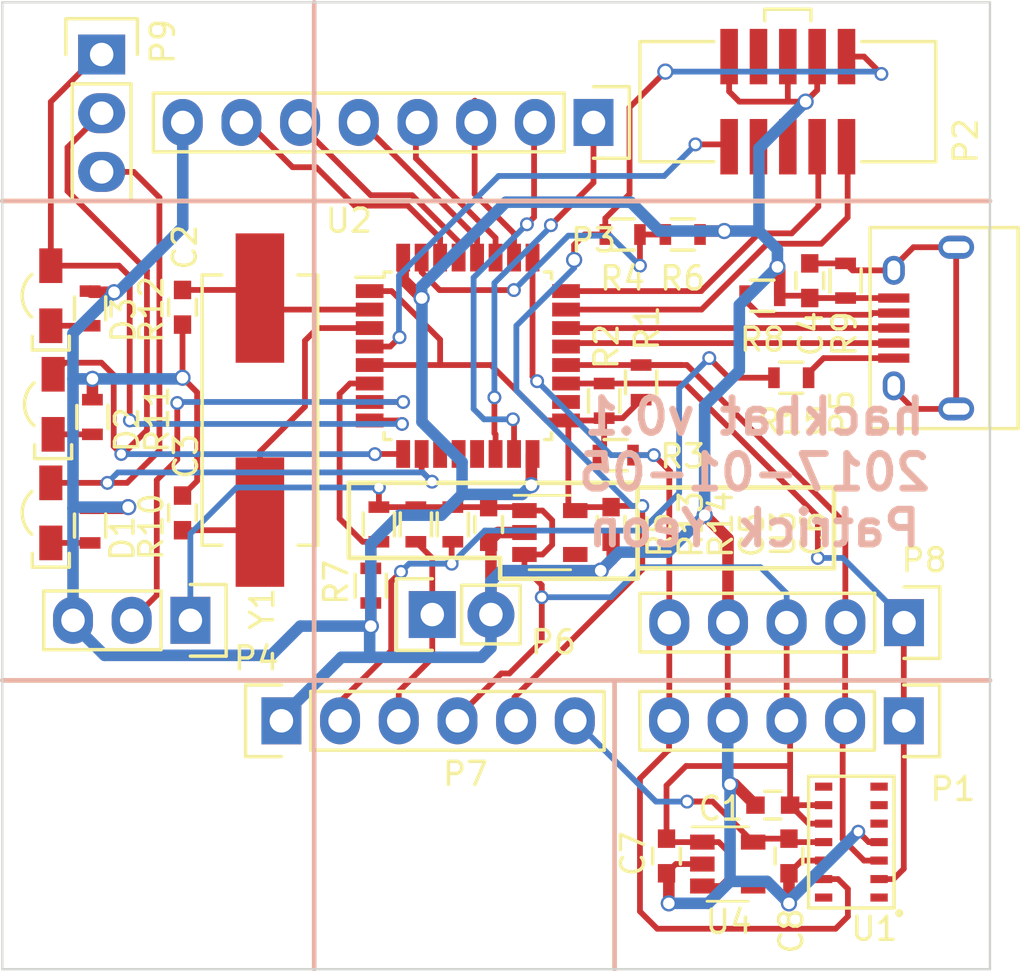
<source format=kicad_pcb>
(kicad_pcb (version 4) (host pcbnew 4.0.5)

  (general
    (links 111)
    (no_connects 2)
    (area 99.949999 99.949999 142.800001 141.900001)
    (thickness 1.6)
    (drawings 25)
    (tracks 491)
    (zones 0)
    (modules 40)
    (nets 49)
  )

  (page USLetter)
  (layers
    (0 F.Cu signal)
    (31 B.Cu signal)
    (32 B.Adhes user)
    (33 F.Adhes user)
    (34 B.Paste user)
    (35 F.Paste user)
    (36 B.SilkS user)
    (37 F.SilkS user)
    (38 B.Mask user)
    (39 F.Mask user)
    (40 Dwgs.User user)
    (41 Cmts.User user)
    (42 Eco1.User user)
    (43 Eco2.User user hide)
    (44 Edge.Cuts user)
    (45 Margin user)
    (46 B.CrtYd user)
    (47 F.CrtYd user)
    (48 B.Fab user)
    (49 F.Fab user hide)
  )

  (setup
    (last_trace_width 0.25)
    (user_trace_width 0.5)
    (trace_clearance 0.2)
    (zone_clearance 0.508)
    (zone_45_only no)
    (trace_min 0.2)
    (segment_width 0.2)
    (edge_width 0.1)
    (via_size 0.6)
    (via_drill 0.4)
    (via_min_size 0.4)
    (via_min_drill 0.3)
    (user_via 0.7 0.5)
    (uvia_size 0.3)
    (uvia_drill 0.1)
    (uvias_allowed no)
    (uvia_min_size 0.2)
    (uvia_min_drill 0.1)
    (pcb_text_width 0.3)
    (pcb_text_size 1.5 1.5)
    (mod_edge_width 0.15)
    (mod_text_size 1 1)
    (mod_text_width 0.15)
    (pad_size 1.5 1.5)
    (pad_drill 0.6)
    (pad_to_mask_clearance 0)
    (aux_axis_origin 0 0)
    (grid_origin 100 100)
    (visible_elements FFFFFF7F)
    (pcbplotparams
      (layerselection 0x00030_80000001)
      (usegerberextensions false)
      (excludeedgelayer true)
      (linewidth 0.100000)
      (plotframeref false)
      (viasonmask false)
      (mode 1)
      (useauxorigin false)
      (hpglpennumber 1)
      (hpglpenspeed 20)
      (hpglpendiameter 15)
      (hpglpenoverlay 2)
      (psnegative false)
      (psa4output false)
      (plotreference true)
      (plotvalue true)
      (plotinvisibletext false)
      (padsonsilk false)
      (subtractmaskfromsilk false)
      (outputformat 1)
      (mirror false)
      (drillshape 1)
      (scaleselection 1)
      (outputdirectory ""))
  )

  (net 0 "")
  (net 1 VCC)
  (net 2 GND)
  (net 3 "Net-(C2-Pad1)")
  (net 4 "Net-(C3-Pad1)")
  (net 5 "Net-(C4-Pad1)")
  (net 6 +3V3)
  (net 7 +1V8)
  (net 8 "Net-(D1-Pad1)")
  (net 9 "Net-(D1-Pad2)")
  (net 10 "Net-(D2-Pad1)")
  (net 11 "Net-(D2-Pad2)")
  (net 12 "Net-(D3-Pad1)")
  (net 13 "Net-(D3-Pad2)")
  (net 14 /NINT)
  (net 15 "Net-(P2-Pad7)")
  (net 16 "Net-(P2-Pad10)")
  (net 17 "Net-(P2-Pad8)")
  (net 18 "Net-(P2-Pad6)")
  (net 19 "Net-(P2-Pad4)")
  (net 20 "Net-(P2-Pad2)")
  (net 21 "Net-(P3-Pad1)")
  (net 22 "Net-(P3-Pad2)")
  (net 23 "Net-(P3-Pad3)")
  (net 24 "Net-(P3-Pad4)")
  (net 25 "Net-(P3-Pad5)")
  (net 26 "Net-(P3-Pad6)")
  (net 27 "Net-(P3-Pad7)")
  (net 28 "Net-(P4-Pad2)")
  (net 29 +5V)
  (net 30 "Net-(P5-Pad2)")
  (net 31 "Net-(P5-Pad3)")
  (net 32 "Net-(P5-Pad4)")
  (net 33 +BATT)
  (net 34 "Net-(R4-Pad1)")
  (net 35 "Net-(R5-Pad1)")
  (net 36 "Net-(U1-Pad1)")
  (net 37 "Net-(U1-Pad5)")
  (net 38 "Net-(U1-Pad6)")
  (net 39 "Net-(U1-Pad7)")
  (net 40 "Net-(U1-Pad8)")
  (net 41 "Net-(U1-Pad14)")
  (net 42 "Net-(U2-Pad11)")
  (net 43 "Net-(U2-Pad12)")
  (net 44 "Net-(U2-Pad13)")
  (net 45 "Net-(U2-Pad18)")
  (net 46 /SCL)
  (net 47 /SDA)
  (net 48 "Net-(P5-Pad1)")

  (net_class Default "This is the default net class."
    (clearance 0.2)
    (trace_width 0.25)
    (via_dia 0.6)
    (via_drill 0.4)
    (uvia_dia 0.3)
    (uvia_drill 0.1)
    (add_net +1V8)
    (add_net +3V3)
    (add_net +5V)
    (add_net +BATT)
    (add_net /NINT)
    (add_net /SCL)
    (add_net /SDA)
    (add_net GND)
    (add_net "Net-(C2-Pad1)")
    (add_net "Net-(C3-Pad1)")
    (add_net "Net-(C4-Pad1)")
    (add_net "Net-(D1-Pad1)")
    (add_net "Net-(D1-Pad2)")
    (add_net "Net-(D2-Pad1)")
    (add_net "Net-(D2-Pad2)")
    (add_net "Net-(D3-Pad1)")
    (add_net "Net-(D3-Pad2)")
    (add_net "Net-(P2-Pad10)")
    (add_net "Net-(P2-Pad2)")
    (add_net "Net-(P2-Pad4)")
    (add_net "Net-(P2-Pad6)")
    (add_net "Net-(P2-Pad7)")
    (add_net "Net-(P2-Pad8)")
    (add_net "Net-(P3-Pad1)")
    (add_net "Net-(P3-Pad2)")
    (add_net "Net-(P3-Pad3)")
    (add_net "Net-(P3-Pad4)")
    (add_net "Net-(P3-Pad5)")
    (add_net "Net-(P3-Pad6)")
    (add_net "Net-(P3-Pad7)")
    (add_net "Net-(P4-Pad2)")
    (add_net "Net-(P5-Pad1)")
    (add_net "Net-(P5-Pad2)")
    (add_net "Net-(P5-Pad3)")
    (add_net "Net-(P5-Pad4)")
    (add_net "Net-(R4-Pad1)")
    (add_net "Net-(R5-Pad1)")
    (add_net "Net-(U1-Pad1)")
    (add_net "Net-(U1-Pad14)")
    (add_net "Net-(U1-Pad5)")
    (add_net "Net-(U1-Pad6)")
    (add_net "Net-(U1-Pad7)")
    (add_net "Net-(U1-Pad8)")
    (add_net "Net-(U2-Pad11)")
    (add_net "Net-(U2-Pad12)")
    (add_net "Net-(U2-Pad13)")
    (add_net "Net-(U2-Pad18)")
    (add_net VCC)
  )

  (net_class power ""
    (clearance 0.2)
    (trace_width 0.5)
    (via_dia 0.7)
    (via_drill 0.5)
    (uvia_dia 0.3)
    (uvia_drill 0.1)
  )

  (module Resistors_SMD:R_0603 (layer F.Cu) (tedit 58307A47) (tstamp 587D70CA)
    (at 129.45 110.05 180)
    (descr "Resistor SMD 0603, reflow soldering, Vishay (see dcrcw.pdf)")
    (tags "resistor 0603")
    (path /586B1D6C)
    (attr smd)
    (fp_text reference R6 (at 0 -1.9 180) (layer F.SilkS)
      (effects (font (size 1 1) (thickness 0.15)))
    )
    (fp_text value 0R (at 0 1.9 180) (layer F.Fab)
      (effects (font (size 1 1) (thickness 0.15)))
    )
    (fp_line (start -0.8 0.4) (end -0.8 -0.4) (layer F.Fab) (width 0.1))
    (fp_line (start 0.8 0.4) (end -0.8 0.4) (layer F.Fab) (width 0.1))
    (fp_line (start 0.8 -0.4) (end 0.8 0.4) (layer F.Fab) (width 0.1))
    (fp_line (start -0.8 -0.4) (end 0.8 -0.4) (layer F.Fab) (width 0.1))
    (fp_line (start -1.3 -0.8) (end 1.3 -0.8) (layer F.CrtYd) (width 0.05))
    (fp_line (start -1.3 0.8) (end 1.3 0.8) (layer F.CrtYd) (width 0.05))
    (fp_line (start -1.3 -0.8) (end -1.3 0.8) (layer F.CrtYd) (width 0.05))
    (fp_line (start 1.3 -0.8) (end 1.3 0.8) (layer F.CrtYd) (width 0.05))
    (fp_line (start 0.5 0.675) (end -0.5 0.675) (layer F.SilkS) (width 0.15))
    (fp_line (start -0.5 -0.675) (end 0.5 -0.675) (layer F.SilkS) (width 0.15))
    (pad 1 smd rect (at -0.75 0 180) (size 0.5 0.9) (layers F.Cu F.Paste F.Mask)
      (net 2 GND))
    (pad 2 smd rect (at 0.75 0 180) (size 0.5 0.9) (layers F.Cu F.Paste F.Mask)
      (net 34 "Net-(R4-Pad1)"))
    (model Resistors_SMD.3dshapes/R_0603.wrl
      (at (xyz 0 0 0))
      (scale (xyz 1 1 1))
      (rotate (xyz 0 0 0))
    )
  )

  (module Crystals:Crystal_HC49-SD_SMD (layer F.Cu) (tedit 0) (tstamp 587D71C8)
    (at 111.15 117.65114 270)
    (descr "Crystal Quarz HC49-SD SMD")
    (tags "Crystal Quarz HC49-SD SMD")
    (path /5866FE3D)
    (attr smd)
    (fp_text reference Y1 (at 8.59886 -0.1 270) (layer F.SilkS)
      (effects (font (size 1 1) (thickness 0.15)))
    )
    (fp_text value Crystal (at 2.54 5.08 270) (layer F.Fab)
      (effects (font (size 1 1) (thickness 0.15)))
    )
    (fp_circle (center 0 0) (end 0.8509 0) (layer F.Adhes) (width 0.381))
    (fp_circle (center 0 0) (end 0.50038 0) (layer F.Adhes) (width 0.381))
    (fp_circle (center 0 0) (end 0.14986 0.0508) (layer F.Adhes) (width 0.381))
    (fp_line (start -5.84962 2.49936) (end 5.84962 2.49936) (layer F.SilkS) (width 0.15))
    (fp_line (start 5.84962 -2.49936) (end -5.84962 -2.49936) (layer F.SilkS) (width 0.15))
    (fp_line (start 5.84962 2.49936) (end 5.84962 1.651) (layer F.SilkS) (width 0.15))
    (fp_line (start 5.84962 -2.49936) (end 5.84962 -1.651) (layer F.SilkS) (width 0.15))
    (fp_line (start -5.84962 2.49936) (end -5.84962 1.651) (layer F.SilkS) (width 0.15))
    (fp_line (start -5.84962 -2.49936) (end -5.84962 -1.651) (layer F.SilkS) (width 0.15))
    (pad 1 smd rect (at -4.84886 0 270) (size 5.6007 2.10058) (layers F.Cu F.Paste F.Mask)
      (net 3 "Net-(C2-Pad1)"))
    (pad 2 smd rect (at 4.84886 0 270) (size 5.6007 2.10058) (layers F.Cu F.Paste F.Mask)
      (net 4 "Net-(C3-Pad1)"))
  )

  (module TO_SOT_Packages_SMD:SOT-23-5 (layer F.Cu) (tedit 583F3A3F) (tstamp 587D71B9)
    (at 131.4 137.3)
    (descr "5-pin SOT23 package")
    (tags SOT-23-5)
    (path /586AD444)
    (attr smd)
    (fp_text reference U4 (at 0.05 2.5) (layer F.SilkS)
      (effects (font (size 1 1) (thickness 0.15)))
    )
    (fp_text value TLV70018DDC (at 0 2.9) (layer F.Fab)
      (effects (font (size 1 1) (thickness 0.15)))
    )
    (fp_line (start -0.9 1.61) (end 0.9 1.61) (layer F.SilkS) (width 0.12))
    (fp_line (start 0.9 -1.61) (end -1.55 -1.61) (layer F.SilkS) (width 0.12))
    (fp_line (start -1.9 -1.8) (end 1.9 -1.8) (layer F.CrtYd) (width 0.05))
    (fp_line (start 1.9 -1.8) (end 1.9 1.8) (layer F.CrtYd) (width 0.05))
    (fp_line (start 1.9 1.8) (end -1.9 1.8) (layer F.CrtYd) (width 0.05))
    (fp_line (start -1.9 1.8) (end -1.9 -1.8) (layer F.CrtYd) (width 0.05))
    (fp_line (start 0.9 -1.55) (end -0.9 -1.55) (layer F.Fab) (width 0.15))
    (fp_line (start -0.9 -1.55) (end -0.9 1.55) (layer F.Fab) (width 0.15))
    (fp_line (start 0.9 1.55) (end -0.9 1.55) (layer F.Fab) (width 0.15))
    (fp_line (start 0.9 -1.55) (end 0.9 1.55) (layer F.Fab) (width 0.15))
    (pad 1 smd rect (at -1.1 -0.95) (size 1.06 0.65) (layers F.Cu F.Paste F.Mask)
      (net 1 VCC))
    (pad 2 smd rect (at -1.1 0) (size 1.06 0.65) (layers F.Cu F.Paste F.Mask)
      (net 2 GND))
    (pad 3 smd rect (at -1.1 0.95) (size 1.06 0.65) (layers F.Cu F.Paste F.Mask)
      (net 1 VCC))
    (pad 4 smd rect (at 1.1 0.95) (size 1.06 0.65) (layers F.Cu F.Paste F.Mask))
    (pad 5 smd rect (at 1.1 -0.95) (size 1.06 0.65) (layers F.Cu F.Paste F.Mask)
      (net 7 +1V8))
    (model TO_SOT_Packages_SMD.3dshapes/SOT-23-5.wrl
      (at (xyz 0 0 0))
      (scale (xyz 1 1 1))
      (rotate (xyz 0 0 0))
    )
  )

  (module TO_SOT_Packages_SMD:SOT-23-5 (layer F.Cu) (tedit 583F3A3F) (tstamp 587D71A6)
    (at 123.7 122.95)
    (descr "5-pin SOT23 package")
    (tags SOT-23-5)
    (path /586AD5F2)
    (attr smd)
    (fp_text reference U3 (at 10.1 0.05 90) (layer F.SilkS)
      (effects (font (size 1 1) (thickness 0.15)))
    )
    (fp_text value TLV70033DDC (at 0 2.9) (layer F.Fab)
      (effects (font (size 1 1) (thickness 0.15)))
    )
    (fp_line (start -0.9 1.61) (end 0.9 1.61) (layer F.SilkS) (width 0.12))
    (fp_line (start 0.9 -1.61) (end -1.55 -1.61) (layer F.SilkS) (width 0.12))
    (fp_line (start -1.9 -1.8) (end 1.9 -1.8) (layer F.CrtYd) (width 0.05))
    (fp_line (start 1.9 -1.8) (end 1.9 1.8) (layer F.CrtYd) (width 0.05))
    (fp_line (start 1.9 1.8) (end -1.9 1.8) (layer F.CrtYd) (width 0.05))
    (fp_line (start -1.9 1.8) (end -1.9 -1.8) (layer F.CrtYd) (width 0.05))
    (fp_line (start 0.9 -1.55) (end -0.9 -1.55) (layer F.Fab) (width 0.15))
    (fp_line (start -0.9 -1.55) (end -0.9 1.55) (layer F.Fab) (width 0.15))
    (fp_line (start 0.9 1.55) (end -0.9 1.55) (layer F.Fab) (width 0.15))
    (fp_line (start 0.9 -1.55) (end 0.9 1.55) (layer F.Fab) (width 0.15))
    (pad 1 smd rect (at -1.1 -0.95) (size 1.06 0.65) (layers F.Cu F.Paste F.Mask)
      (net 1 VCC))
    (pad 2 smd rect (at -1.1 0) (size 1.06 0.65) (layers F.Cu F.Paste F.Mask)
      (net 2 GND))
    (pad 3 smd rect (at -1.1 0.95) (size 1.06 0.65) (layers F.Cu F.Paste F.Mask)
      (net 1 VCC))
    (pad 4 smd rect (at 1.1 0.95) (size 1.06 0.65) (layers F.Cu F.Paste F.Mask))
    (pad 5 smd rect (at 1.1 -0.95) (size 1.06 0.65) (layers F.Cu F.Paste F.Mask)
      (net 6 +3V3))
    (model TO_SOT_Packages_SMD.3dshapes/SOT-23-5.wrl
      (at (xyz 0 0 0))
      (scale (xyz 1 1 1))
      (rotate (xyz 0 0 0))
    )
  )

  (module Housings_QFP:LQFP-32_7x7mm_Pitch0.8mm (layer F.Cu) (tedit 54130A77) (tstamp 587D7193)
    (at 120.15 115.3)
    (descr "LQFP32: plastic low profile quad flat package; 32 leads; body 7 x 7 x 1.4 mm (see NXP sot358-1_po.pdf and sot358-1_fr.pdf)")
    (tags "QFP 0.8")
    (path /5866D056)
    (attr smd)
    (fp_text reference U2 (at -5.15 -5.85) (layer F.SilkS)
      (effects (font (size 1 1) (thickness 0.15)))
    )
    (fp_text value STM32F042K6T6 (at 0 5.85) (layer F.Fab)
      (effects (font (size 1 1) (thickness 0.15)))
    )
    (fp_text user %R (at 0 0) (layer F.Fab)
      (effects (font (size 1 1) (thickness 0.15)))
    )
    (fp_line (start -2.5 -3.5) (end 3.5 -3.5) (layer F.Fab) (width 0.15))
    (fp_line (start 3.5 -3.5) (end 3.5 3.5) (layer F.Fab) (width 0.15))
    (fp_line (start 3.5 3.5) (end -3.5 3.5) (layer F.Fab) (width 0.15))
    (fp_line (start -3.5 3.5) (end -3.5 -2.5) (layer F.Fab) (width 0.15))
    (fp_line (start -3.5 -2.5) (end -2.5 -3.5) (layer F.Fab) (width 0.15))
    (fp_line (start -5.1 -5.1) (end -5.1 5.1) (layer F.CrtYd) (width 0.05))
    (fp_line (start 5.1 -5.1) (end 5.1 5.1) (layer F.CrtYd) (width 0.05))
    (fp_line (start -5.1 -5.1) (end 5.1 -5.1) (layer F.CrtYd) (width 0.05))
    (fp_line (start -5.1 5.1) (end 5.1 5.1) (layer F.CrtYd) (width 0.05))
    (fp_line (start -3.625 -3.625) (end -3.625 -3.4) (layer F.SilkS) (width 0.15))
    (fp_line (start 3.625 -3.625) (end 3.625 -3.325) (layer F.SilkS) (width 0.15))
    (fp_line (start 3.625 3.625) (end 3.625 3.325) (layer F.SilkS) (width 0.15))
    (fp_line (start -3.625 3.625) (end -3.625 3.325) (layer F.SilkS) (width 0.15))
    (fp_line (start -3.625 -3.625) (end -3.325 -3.625) (layer F.SilkS) (width 0.15))
    (fp_line (start -3.625 3.625) (end -3.325 3.625) (layer F.SilkS) (width 0.15))
    (fp_line (start 3.625 3.625) (end 3.325 3.625) (layer F.SilkS) (width 0.15))
    (fp_line (start 3.625 -3.625) (end 3.325 -3.625) (layer F.SilkS) (width 0.15))
    (fp_line (start -3.625 -3.4) (end -4.85 -3.4) (layer F.SilkS) (width 0.15))
    (pad 1 smd rect (at -4.25 -2.8) (size 1.2 0.6) (layers F.Cu F.Paste F.Mask)
      (net 6 +3V3))
    (pad 2 smd rect (at -4.25 -2) (size 1.2 0.6) (layers F.Cu F.Paste F.Mask)
      (net 3 "Net-(C2-Pad1)"))
    (pad 3 smd rect (at -4.25 -1.2) (size 1.2 0.6) (layers F.Cu F.Paste F.Mask)
      (net 4 "Net-(C3-Pad1)"))
    (pad 4 smd rect (at -4.25 -0.4) (size 1.2 0.6) (layers F.Cu F.Paste F.Mask)
      (net 16 "Net-(P2-Pad10)"))
    (pad 5 smd rect (at -4.25 0.4) (size 1.2 0.6) (layers F.Cu F.Paste F.Mask)
      (net 6 +3V3))
    (pad 6 smd rect (at -4.25 1.2) (size 1.2 0.6) (layers F.Cu F.Paste F.Mask)
      (net 35 "Net-(R5-Pad1)"))
    (pad 7 smd rect (at -4.25 2) (size 1.2 0.6) (layers F.Cu F.Paste F.Mask)
      (net 28 "Net-(P4-Pad2)"))
    (pad 8 smd rect (at -4.25 2.8) (size 1.2 0.6) (layers F.Cu F.Paste F.Mask)
      (net 13 "Net-(D3-Pad2)"))
    (pad 9 smd rect (at -2.8 4.25 90) (size 1.2 0.6) (layers F.Cu F.Paste F.Mask)
      (net 11 "Net-(D2-Pad2)"))
    (pad 10 smd rect (at -2 4.25 90) (size 1.2 0.6) (layers F.Cu F.Paste F.Mask)
      (net 9 "Net-(D1-Pad2)"))
    (pad 11 smd rect (at -1.2 4.25 90) (size 1.2 0.6) (layers F.Cu F.Paste F.Mask)
      (net 42 "Net-(U2-Pad11)"))
    (pad 12 smd rect (at -0.4 4.25 90) (size 1.2 0.6) (layers F.Cu F.Paste F.Mask)
      (net 43 "Net-(U2-Pad12)"))
    (pad 13 smd rect (at 0.4 4.25 90) (size 1.2 0.6) (layers F.Cu F.Paste F.Mask)
      (net 44 "Net-(U2-Pad13)"))
    (pad 14 smd rect (at 1.2 4.25 90) (size 1.2 0.6) (layers F.Cu F.Paste F.Mask)
      (net 21 "Net-(P3-Pad1)"))
    (pad 15 smd rect (at 2 4.25 90) (size 1.2 0.6) (layers F.Cu F.Paste F.Mask)
      (net 22 "Net-(P3-Pad2)"))
    (pad 16 smd rect (at 2.8 4.25 90) (size 1.2 0.6) (layers F.Cu F.Paste F.Mask)
      (net 2 GND))
    (pad 17 smd rect (at 4.25 2.8) (size 1.2 0.6) (layers F.Cu F.Paste F.Mask)
      (net 6 +3V3))
    (pad 18 smd rect (at 4.25 2) (size 1.2 0.6) (layers F.Cu F.Paste F.Mask)
      (net 45 "Net-(U2-Pad18)"))
    (pad 19 smd rect (at 4.25 1.2) (size 1.2 0.6) (layers F.Cu F.Paste F.Mask)
      (net 46 /SCL))
    (pad 20 smd rect (at 4.25 0.4) (size 1.2 0.6) (layers F.Cu F.Paste F.Mask)
      (net 47 /SDA))
    (pad 21 smd rect (at 4.25 -0.4) (size 1.2 0.6) (layers F.Cu F.Paste F.Mask)
      (net 30 "Net-(P5-Pad2)"))
    (pad 22 smd rect (at 4.25 -1.2) (size 1.2 0.6) (layers F.Cu F.Paste F.Mask)
      (net 31 "Net-(P5-Pad3)"))
    (pad 23 smd rect (at 4.25 -2) (size 1.2 0.6) (layers F.Cu F.Paste F.Mask)
      (net 20 "Net-(P2-Pad2)"))
    (pad 24 smd rect (at 4.25 -2.8) (size 1.2 0.6) (layers F.Cu F.Paste F.Mask)
      (net 19 "Net-(P2-Pad4)"))
    (pad 25 smd rect (at 2.8 -4.25 90) (size 1.2 0.6) (layers F.Cu F.Paste F.Mask)
      (net 14 /NINT))
    (pad 26 smd rect (at 2 -4.25 90) (size 1.2 0.6) (layers F.Cu F.Paste F.Mask)
      (net 23 "Net-(P3-Pad3)"))
    (pad 27 smd rect (at 1.2 -4.25 90) (size 1.2 0.6) (layers F.Cu F.Paste F.Mask)
      (net 24 "Net-(P3-Pad4)"))
    (pad 28 smd rect (at 0.4 -4.25 90) (size 1.2 0.6) (layers F.Cu F.Paste F.Mask)
      (net 25 "Net-(P3-Pad5)"))
    (pad 29 smd rect (at -0.4 -4.25 90) (size 1.2 0.6) (layers F.Cu F.Paste F.Mask)
      (net 26 "Net-(P3-Pad6)"))
    (pad 30 smd rect (at -1.2 -4.25 90) (size 1.2 0.6) (layers F.Cu F.Paste F.Mask)
      (net 27 "Net-(P3-Pad7)"))
    (pad 31 smd rect (at -2 -4.25 90) (size 1.2 0.6) (layers F.Cu F.Paste F.Mask)
      (net 34 "Net-(R4-Pad1)"))
    (pad 32 smd rect (at -2.8 -4.25 90) (size 1.2 0.6) (layers F.Cu F.Paste F.Mask)
      (net 2 GND))
    (model Housings_QFP.3dshapes/LQFP-32_7x7mm_Pitch0.8mm.wrl
      (at (xyz 0 0 0))
      (scale (xyz 1 1 1))
      (rotate (xyz 0 0 0))
    )
  )

  (module parts:14_OESIP (layer F.Cu) (tedit 586B0FB1) (tstamp 587D715C)
    (at 136.75 136.35 180)
    (path /5866D033)
    (fp_text reference U1 (at -1 -3.75 180) (layer F.SilkS)
      (effects (font (size 1 1) (thickness 0.15)))
    )
    (fp_text value MAX30105 (at 0.125 -3.75 180) (layer F.Fab)
      (effects (font (size 1 1) (thickness 0.15)))
    )
    (fp_circle (center -2.075 -3.075) (end -1.975 -3.075) (layer F.SilkS) (width 0.15))
    (fp_line (start 1.85 2.85) (end 1.85 -2.85) (layer F.SilkS) (width 0.15))
    (fp_line (start -1.85 2.85) (end 1.85 2.85) (layer F.SilkS) (width 0.15))
    (fp_line (start -1.85 -2.85) (end -1.85 2.85) (layer F.SilkS) (width 0.15))
    (fp_line (start 1.85 -2.85) (end -1.85 -2.85) (layer F.SilkS) (width 0.15))
    (pad 1 smd rect (at -1.2 -2.4 180) (size 0.75 0.35) (layers F.Cu F.Paste F.Mask)
      (net 36 "Net-(U1-Pad1)"))
    (pad 2 smd rect (at -1.2 -1.6 180) (size 0.75 0.35) (layers F.Cu F.Paste F.Mask)
      (net 46 /SCL))
    (pad 3 smd rect (at -1.2 -0.8 180) (size 0.75 0.35) (layers F.Cu F.Paste F.Mask)
      (net 47 /SDA))
    (pad 4 smd rect (at -1.2 0 180) (size 0.75 0.35) (layers F.Cu F.Paste F.Mask)
      (net 2 GND))
    (pad 5 smd rect (at -1.2 0.8 180) (size 0.75 0.35) (layers F.Cu F.Paste F.Mask)
      (net 37 "Net-(U1-Pad5)"))
    (pad 6 smd rect (at -1.2 1.6 180) (size 0.75 0.35) (layers F.Cu F.Paste F.Mask)
      (net 38 "Net-(U1-Pad6)"))
    (pad 7 smd rect (at -1.2 2.4 180) (size 0.75 0.35) (layers F.Cu F.Paste F.Mask)
      (net 39 "Net-(U1-Pad7)"))
    (pad 8 smd rect (at 1.2 2.4 180) (size 0.75 0.35) (layers F.Cu F.Paste F.Mask)
      (net 40 "Net-(U1-Pad8)"))
    (pad 9 smd rect (at 1.2 1.6 180) (size 0.75 0.35) (layers F.Cu F.Paste F.Mask)
      (net 1 VCC))
    (pad 10 smd rect (at 1.2 0.8 180) (size 0.75 0.35) (layers F.Cu F.Paste F.Mask)
      (net 1 VCC))
    (pad 11 smd rect (at 1.2 0 180) (size 0.75 0.35) (layers F.Cu F.Paste F.Mask)
      (net 7 +1V8))
    (pad 12 smd rect (at 1.2 -0.8 180) (size 0.75 0.35) (layers F.Cu F.Paste F.Mask)
      (net 2 GND))
    (pad 13 smd rect (at 1.2 -1.6 180) (size 0.75 0.35) (layers F.Cu F.Paste F.Mask)
      (net 14 /NINT))
    (pad 14 smd rect (at 1.2 -2.4 180) (size 0.75 0.35) (layers F.Cu F.Paste F.Mask)
      (net 41 "Net-(U1-Pad14)"))
  )

  (module Resistors_SMD:R_0603 (layer F.Cu) (tedit 58307A47) (tstamp 587D714A)
    (at 119.5 122.6 270)
    (descr "Resistor SMD 0603, reflow soldering, Vishay (see dcrcw.pdf)")
    (tags "resistor 0603")
    (path /586AC3DC)
    (attr smd)
    (fp_text reference R14 (at 0 -11.6 270) (layer F.SilkS)
      (effects (font (size 1 1) (thickness 0.15)))
    )
    (fp_text value DNI (at 0 1.9 270) (layer F.Fab)
      (effects (font (size 1 1) (thickness 0.15)))
    )
    (fp_line (start -0.8 0.4) (end -0.8 -0.4) (layer F.Fab) (width 0.1))
    (fp_line (start 0.8 0.4) (end -0.8 0.4) (layer F.Fab) (width 0.1))
    (fp_line (start 0.8 -0.4) (end 0.8 0.4) (layer F.Fab) (width 0.1))
    (fp_line (start -0.8 -0.4) (end 0.8 -0.4) (layer F.Fab) (width 0.1))
    (fp_line (start -1.3 -0.8) (end 1.3 -0.8) (layer F.CrtYd) (width 0.05))
    (fp_line (start -1.3 0.8) (end 1.3 0.8) (layer F.CrtYd) (width 0.05))
    (fp_line (start -1.3 -0.8) (end -1.3 0.8) (layer F.CrtYd) (width 0.05))
    (fp_line (start 1.3 -0.8) (end 1.3 0.8) (layer F.CrtYd) (width 0.05))
    (fp_line (start 0.5 0.675) (end -0.5 0.675) (layer F.SilkS) (width 0.15))
    (fp_line (start -0.5 -0.675) (end 0.5 -0.675) (layer F.SilkS) (width 0.15))
    (pad 1 smd rect (at -0.75 0 270) (size 0.5 0.9) (layers F.Cu F.Paste F.Mask)
      (net 1 VCC))
    (pad 2 smd rect (at 0.75 0 270) (size 0.5 0.9) (layers F.Cu F.Paste F.Mask)
      (net 29 +5V))
    (model Resistors_SMD.3dshapes/R_0603.wrl
      (at (xyz 0 0 0))
      (scale (xyz 1 1 1))
      (rotate (xyz 0 0 0))
    )
  )

  (module Resistors_SMD:R_0603 (layer F.Cu) (tedit 58307A47) (tstamp 587D713A)
    (at 117.9 122.6 270)
    (descr "Resistor SMD 0603, reflow soldering, Vishay (see dcrcw.pdf)")
    (tags "resistor 0603")
    (path /586AC374)
    (attr smd)
    (fp_text reference R13 (at 0 -11.9 270) (layer F.SilkS)
      (effects (font (size 1 1) (thickness 0.15)))
    )
    (fp_text value 0R (at 0 1.9 270) (layer F.Fab)
      (effects (font (size 1 1) (thickness 0.15)))
    )
    (fp_line (start -0.8 0.4) (end -0.8 -0.4) (layer F.Fab) (width 0.1))
    (fp_line (start 0.8 0.4) (end -0.8 0.4) (layer F.Fab) (width 0.1))
    (fp_line (start 0.8 -0.4) (end 0.8 0.4) (layer F.Fab) (width 0.1))
    (fp_line (start -0.8 -0.4) (end 0.8 -0.4) (layer F.Fab) (width 0.1))
    (fp_line (start -1.3 -0.8) (end 1.3 -0.8) (layer F.CrtYd) (width 0.05))
    (fp_line (start -1.3 0.8) (end 1.3 0.8) (layer F.CrtYd) (width 0.05))
    (fp_line (start -1.3 -0.8) (end -1.3 0.8) (layer F.CrtYd) (width 0.05))
    (fp_line (start 1.3 -0.8) (end 1.3 0.8) (layer F.CrtYd) (width 0.05))
    (fp_line (start 0.5 0.675) (end -0.5 0.675) (layer F.SilkS) (width 0.15))
    (fp_line (start -0.5 -0.675) (end 0.5 -0.675) (layer F.SilkS) (width 0.15))
    (pad 1 smd rect (at -0.75 0 270) (size 0.5 0.9) (layers F.Cu F.Paste F.Mask)
      (net 1 VCC))
    (pad 2 smd rect (at 0.75 0 270) (size 0.5 0.9) (layers F.Cu F.Paste F.Mask)
      (net 33 +BATT))
    (model Resistors_SMD.3dshapes/R_0603.wrl
      (at (xyz 0 0 0))
      (scale (xyz 1 1 1))
      (rotate (xyz 0 0 0))
    )
  )

  (module Resistors_SMD:R_0603 (layer F.Cu) (tedit 58307A47) (tstamp 587D712A)
    (at 103.8 113.25 270)
    (descr "Resistor SMD 0603, reflow soldering, Vishay (see dcrcw.pdf)")
    (tags "resistor 0603")
    (path /586B4160)
    (attr smd)
    (fp_text reference R12 (at 0.05 -2.65 270) (layer F.SilkS)
      (effects (font (size 1 1) (thickness 0.15)))
    )
    (fp_text value 140R (at 0 1.9 270) (layer F.Fab)
      (effects (font (size 1 1) (thickness 0.15)))
    )
    (fp_line (start -0.8 0.4) (end -0.8 -0.4) (layer F.Fab) (width 0.1))
    (fp_line (start 0.8 0.4) (end -0.8 0.4) (layer F.Fab) (width 0.1))
    (fp_line (start 0.8 -0.4) (end 0.8 0.4) (layer F.Fab) (width 0.1))
    (fp_line (start -0.8 -0.4) (end 0.8 -0.4) (layer F.Fab) (width 0.1))
    (fp_line (start -1.3 -0.8) (end 1.3 -0.8) (layer F.CrtYd) (width 0.05))
    (fp_line (start -1.3 0.8) (end 1.3 0.8) (layer F.CrtYd) (width 0.05))
    (fp_line (start -1.3 -0.8) (end -1.3 0.8) (layer F.CrtYd) (width 0.05))
    (fp_line (start 1.3 -0.8) (end 1.3 0.8) (layer F.CrtYd) (width 0.05))
    (fp_line (start 0.5 0.675) (end -0.5 0.675) (layer F.SilkS) (width 0.15))
    (fp_line (start -0.5 -0.675) (end 0.5 -0.675) (layer F.SilkS) (width 0.15))
    (pad 1 smd rect (at -0.75 0 270) (size 0.5 0.9) (layers F.Cu F.Paste F.Mask)
      (net 2 GND))
    (pad 2 smd rect (at 0.75 0 270) (size 0.5 0.9) (layers F.Cu F.Paste F.Mask)
      (net 12 "Net-(D3-Pad1)"))
    (model Resistors_SMD.3dshapes/R_0603.wrl
      (at (xyz 0 0 0))
      (scale (xyz 1 1 1))
      (rotate (xyz 0 0 0))
    )
  )

  (module Resistors_SMD:R_0603 (layer F.Cu) (tedit 58307A47) (tstamp 587D711A)
    (at 103.9 117.95 270)
    (descr "Resistor SMD 0603, reflow soldering, Vishay (see dcrcw.pdf)")
    (tags "resistor 0603")
    (path /586B40E2)
    (attr smd)
    (fp_text reference R11 (at 0.1 -2.8 270) (layer F.SilkS)
      (effects (font (size 1 1) (thickness 0.15)))
    )
    (fp_text value 140R (at 0 1.9 270) (layer F.Fab)
      (effects (font (size 1 1) (thickness 0.15)))
    )
    (fp_line (start -0.8 0.4) (end -0.8 -0.4) (layer F.Fab) (width 0.1))
    (fp_line (start 0.8 0.4) (end -0.8 0.4) (layer F.Fab) (width 0.1))
    (fp_line (start 0.8 -0.4) (end 0.8 0.4) (layer F.Fab) (width 0.1))
    (fp_line (start -0.8 -0.4) (end 0.8 -0.4) (layer F.Fab) (width 0.1))
    (fp_line (start -1.3 -0.8) (end 1.3 -0.8) (layer F.CrtYd) (width 0.05))
    (fp_line (start -1.3 0.8) (end 1.3 0.8) (layer F.CrtYd) (width 0.05))
    (fp_line (start -1.3 -0.8) (end -1.3 0.8) (layer F.CrtYd) (width 0.05))
    (fp_line (start 1.3 -0.8) (end 1.3 0.8) (layer F.CrtYd) (width 0.05))
    (fp_line (start 0.5 0.675) (end -0.5 0.675) (layer F.SilkS) (width 0.15))
    (fp_line (start -0.5 -0.675) (end 0.5 -0.675) (layer F.SilkS) (width 0.15))
    (pad 1 smd rect (at -0.75 0 270) (size 0.5 0.9) (layers F.Cu F.Paste F.Mask)
      (net 2 GND))
    (pad 2 smd rect (at 0.75 0 270) (size 0.5 0.9) (layers F.Cu F.Paste F.Mask)
      (net 10 "Net-(D2-Pad1)"))
    (model Resistors_SMD.3dshapes/R_0603.wrl
      (at (xyz 0 0 0))
      (scale (xyz 1 1 1))
      (rotate (xyz 0 0 0))
    )
  )

  (module Resistors_SMD:R_0603 (layer F.Cu) (tedit 58307A47) (tstamp 587D710A)
    (at 103.8 122.65 270)
    (descr "Resistor SMD 0603, reflow soldering, Vishay (see dcrcw.pdf)")
    (tags "resistor 0603")
    (path /586B3E5A)
    (attr smd)
    (fp_text reference R10 (at 0.05 -2.65 270) (layer F.SilkS)
      (effects (font (size 1 1) (thickness 0.15)))
    )
    (fp_text value 140R (at 0 1.9 270) (layer F.Fab)
      (effects (font (size 1 1) (thickness 0.15)))
    )
    (fp_line (start -0.8 0.4) (end -0.8 -0.4) (layer F.Fab) (width 0.1))
    (fp_line (start 0.8 0.4) (end -0.8 0.4) (layer F.Fab) (width 0.1))
    (fp_line (start 0.8 -0.4) (end 0.8 0.4) (layer F.Fab) (width 0.1))
    (fp_line (start -0.8 -0.4) (end 0.8 -0.4) (layer F.Fab) (width 0.1))
    (fp_line (start -1.3 -0.8) (end 1.3 -0.8) (layer F.CrtYd) (width 0.05))
    (fp_line (start -1.3 0.8) (end 1.3 0.8) (layer F.CrtYd) (width 0.05))
    (fp_line (start -1.3 -0.8) (end -1.3 0.8) (layer F.CrtYd) (width 0.05))
    (fp_line (start 1.3 -0.8) (end 1.3 0.8) (layer F.CrtYd) (width 0.05))
    (fp_line (start 0.5 0.675) (end -0.5 0.675) (layer F.SilkS) (width 0.15))
    (fp_line (start -0.5 -0.675) (end 0.5 -0.675) (layer F.SilkS) (width 0.15))
    (pad 1 smd rect (at -0.75 0 270) (size 0.5 0.9) (layers F.Cu F.Paste F.Mask)
      (net 2 GND))
    (pad 2 smd rect (at 0.75 0 270) (size 0.5 0.9) (layers F.Cu F.Paste F.Mask)
      (net 8 "Net-(D1-Pad1)"))
    (model Resistors_SMD.3dshapes/R_0603.wrl
      (at (xyz 0 0 0))
      (scale (xyz 1 1 1))
      (rotate (xyz 0 0 0))
    )
  )

  (module Resistors_SMD:R_0603 (layer F.Cu) (tedit 58307A47) (tstamp 587D70FA)
    (at 136.5 112.05 90)
    (descr "Resistor SMD 0603, reflow soldering, Vishay (see dcrcw.pdf)")
    (tags "resistor 0603")
    (path /586ACE9E)
    (attr smd)
    (fp_text reference R9 (at -2.3 -0.05 90) (layer F.SilkS)
      (effects (font (size 1 1) (thickness 0.15)))
    )
    (fp_text value R (at 0 1.9 90) (layer F.Fab)
      (effects (font (size 1 1) (thickness 0.15)))
    )
    (fp_line (start -0.8 0.4) (end -0.8 -0.4) (layer F.Fab) (width 0.1))
    (fp_line (start 0.8 0.4) (end -0.8 0.4) (layer F.Fab) (width 0.1))
    (fp_line (start 0.8 -0.4) (end 0.8 0.4) (layer F.Fab) (width 0.1))
    (fp_line (start -0.8 -0.4) (end 0.8 -0.4) (layer F.Fab) (width 0.1))
    (fp_line (start -1.3 -0.8) (end 1.3 -0.8) (layer F.CrtYd) (width 0.05))
    (fp_line (start -1.3 0.8) (end 1.3 0.8) (layer F.CrtYd) (width 0.05))
    (fp_line (start -1.3 -0.8) (end -1.3 0.8) (layer F.CrtYd) (width 0.05))
    (fp_line (start 1.3 -0.8) (end 1.3 0.8) (layer F.CrtYd) (width 0.05))
    (fp_line (start 0.5 0.675) (end -0.5 0.675) (layer F.SilkS) (width 0.15))
    (fp_line (start -0.5 -0.675) (end 0.5 -0.675) (layer F.SilkS) (width 0.15))
    (pad 1 smd rect (at -0.75 0 90) (size 0.5 0.9) (layers F.Cu F.Paste F.Mask)
      (net 2 GND))
    (pad 2 smd rect (at 0.75 0 90) (size 0.5 0.9) (layers F.Cu F.Paste F.Mask)
      (net 5 "Net-(C4-Pad1)"))
    (model Resistors_SMD.3dshapes/R_0603.wrl
      (at (xyz 0 0 0))
      (scale (xyz 1 1 1))
      (rotate (xyz 0 0 0))
    )
  )

  (module Resistors_SMD:R_0603 locked (layer F.Cu) (tedit 58307A47) (tstamp 587D70EA)
    (at 132.9 112.7 180)
    (descr "Resistor SMD 0603, reflow soldering, Vishay (see dcrcw.pdf)")
    (tags "resistor 0603")
    (path /5866F7AE)
    (attr smd)
    (fp_text reference R8 (at 0 -1.9 180) (layer F.SilkS)
      (effects (font (size 1 1) (thickness 0.15)))
    )
    (fp_text value 100K (at 0 1.9 180) (layer F.Fab)
      (effects (font (size 1 1) (thickness 0.15)))
    )
    (fp_line (start -0.8 0.4) (end -0.8 -0.4) (layer F.Fab) (width 0.1))
    (fp_line (start 0.8 0.4) (end -0.8 0.4) (layer F.Fab) (width 0.1))
    (fp_line (start 0.8 -0.4) (end 0.8 0.4) (layer F.Fab) (width 0.1))
    (fp_line (start -0.8 -0.4) (end 0.8 -0.4) (layer F.Fab) (width 0.1))
    (fp_line (start -1.3 -0.8) (end 1.3 -0.8) (layer F.CrtYd) (width 0.05))
    (fp_line (start -1.3 0.8) (end 1.3 0.8) (layer F.CrtYd) (width 0.05))
    (fp_line (start -1.3 -0.8) (end -1.3 0.8) (layer F.CrtYd) (width 0.05))
    (fp_line (start 1.3 -0.8) (end 1.3 0.8) (layer F.CrtYd) (width 0.05))
    (fp_line (start 0.5 0.675) (end -0.5 0.675) (layer F.SilkS) (width 0.15))
    (fp_line (start -0.5 -0.675) (end 0.5 -0.675) (layer F.SilkS) (width 0.15))
    (pad 1 smd rect (at -0.75 0 180) (size 0.5 0.9) (layers F.Cu F.Paste F.Mask)
      (net 2 GND))
    (pad 2 smd rect (at 0.75 0 180) (size 0.5 0.9) (layers F.Cu F.Paste F.Mask)
      (net 32 "Net-(P5-Pad4)"))
    (model Resistors_SMD.3dshapes/R_0603.wrl
      (at (xyz 0 0 0))
      (scale (xyz 1 1 1))
      (rotate (xyz 0 0 0))
    )
  )

  (module Resistors_SMD:R_0603 (layer F.Cu) (tedit 58307A47) (tstamp 587D70DA)
    (at 115.95 125.25 90)
    (descr "Resistor SMD 0603, reflow soldering, Vishay (see dcrcw.pdf)")
    (tags "resistor 0603")
    (path /586AC9DC)
    (attr smd)
    (fp_text reference R7 (at 0.15 -1.5 90) (layer F.SilkS)
      (effects (font (size 1 1) (thickness 0.15)))
    )
    (fp_text value 2K2 (at 0 1.9 90) (layer F.Fab)
      (effects (font (size 1 1) (thickness 0.15)))
    )
    (fp_line (start -0.8 0.4) (end -0.8 -0.4) (layer F.Fab) (width 0.1))
    (fp_line (start 0.8 0.4) (end -0.8 0.4) (layer F.Fab) (width 0.1))
    (fp_line (start 0.8 -0.4) (end 0.8 0.4) (layer F.Fab) (width 0.1))
    (fp_line (start -0.8 -0.4) (end 0.8 -0.4) (layer F.Fab) (width 0.1))
    (fp_line (start -1.3 -0.8) (end 1.3 -0.8) (layer F.CrtYd) (width 0.05))
    (fp_line (start -1.3 0.8) (end 1.3 0.8) (layer F.CrtYd) (width 0.05))
    (fp_line (start -1.3 -0.8) (end -1.3 0.8) (layer F.CrtYd) (width 0.05))
    (fp_line (start 1.3 -0.8) (end 1.3 0.8) (layer F.CrtYd) (width 0.05))
    (fp_line (start 0.5 0.675) (end -0.5 0.675) (layer F.SilkS) (width 0.15))
    (fp_line (start -0.5 -0.675) (end 0.5 -0.675) (layer F.SilkS) (width 0.15))
    (pad 1 smd rect (at -0.75 0 90) (size 0.5 0.9) (layers F.Cu F.Paste F.Mask)
      (net 2 GND))
    (pad 2 smd rect (at 0.75 0 90) (size 0.5 0.9) (layers F.Cu F.Paste F.Mask)
      (net 35 "Net-(R5-Pad1)"))
    (model Resistors_SMD.3dshapes/R_0603.wrl
      (at (xyz 0 0 0))
      (scale (xyz 1 1 1))
      (rotate (xyz 0 0 0))
    )
  )

  (module Resistors_SMD:R_0603 (layer F.Cu) (tedit 58307A47) (tstamp 587D70BA)
    (at 116.3 122.6 90)
    (descr "Resistor SMD 0603, reflow soldering, Vishay (see dcrcw.pdf)")
    (tags "resistor 0603")
    (path /586AC95C)
    (attr smd)
    (fp_text reference R5 (at -0.45 12.15 90) (layer F.SilkS)
      (effects (font (size 1 1) (thickness 0.15)))
    )
    (fp_text value 2K2 (at 0 1.9 90) (layer F.Fab)
      (effects (font (size 1 1) (thickness 0.15)))
    )
    (fp_line (start -0.8 0.4) (end -0.8 -0.4) (layer F.Fab) (width 0.1))
    (fp_line (start 0.8 0.4) (end -0.8 0.4) (layer F.Fab) (width 0.1))
    (fp_line (start 0.8 -0.4) (end 0.8 0.4) (layer F.Fab) (width 0.1))
    (fp_line (start -0.8 -0.4) (end 0.8 -0.4) (layer F.Fab) (width 0.1))
    (fp_line (start -1.3 -0.8) (end 1.3 -0.8) (layer F.CrtYd) (width 0.05))
    (fp_line (start -1.3 0.8) (end 1.3 0.8) (layer F.CrtYd) (width 0.05))
    (fp_line (start -1.3 -0.8) (end -1.3 0.8) (layer F.CrtYd) (width 0.05))
    (fp_line (start 1.3 -0.8) (end 1.3 0.8) (layer F.CrtYd) (width 0.05))
    (fp_line (start 0.5 0.675) (end -0.5 0.675) (layer F.SilkS) (width 0.15))
    (fp_line (start -0.5 -0.675) (end 0.5 -0.675) (layer F.SilkS) (width 0.15))
    (pad 1 smd rect (at -0.75 0 90) (size 0.5 0.9) (layers F.Cu F.Paste F.Mask)
      (net 35 "Net-(R5-Pad1)"))
    (pad 2 smd rect (at 0.75 0 90) (size 0.5 0.9) (layers F.Cu F.Paste F.Mask)
      (net 1 VCC))
    (model Resistors_SMD.3dshapes/R_0603.wrl
      (at (xyz 0 0 0))
      (scale (xyz 1 1 1))
      (rotate (xyz 0 0 0))
    )
  )

  (module Resistors_SMD:R_0603 (layer F.Cu) (tedit 58307A47) (tstamp 587D70AA)
    (at 126.85 110.05 180)
    (descr "Resistor SMD 0603, reflow soldering, Vishay (see dcrcw.pdf)")
    (tags "resistor 0603")
    (path /586B1EB5)
    (attr smd)
    (fp_text reference R4 (at 0 -1.9 180) (layer F.SilkS)
      (effects (font (size 1 1) (thickness 0.15)))
    )
    (fp_text value DNI (at 0 1.9 180) (layer F.Fab)
      (effects (font (size 1 1) (thickness 0.15)))
    )
    (fp_line (start -0.8 0.4) (end -0.8 -0.4) (layer F.Fab) (width 0.1))
    (fp_line (start 0.8 0.4) (end -0.8 0.4) (layer F.Fab) (width 0.1))
    (fp_line (start 0.8 -0.4) (end 0.8 0.4) (layer F.Fab) (width 0.1))
    (fp_line (start -0.8 -0.4) (end 0.8 -0.4) (layer F.Fab) (width 0.1))
    (fp_line (start -1.3 -0.8) (end 1.3 -0.8) (layer F.CrtYd) (width 0.05))
    (fp_line (start -1.3 0.8) (end 1.3 0.8) (layer F.CrtYd) (width 0.05))
    (fp_line (start -1.3 -0.8) (end -1.3 0.8) (layer F.CrtYd) (width 0.05))
    (fp_line (start 1.3 -0.8) (end 1.3 0.8) (layer F.CrtYd) (width 0.05))
    (fp_line (start 0.5 0.675) (end -0.5 0.675) (layer F.SilkS) (width 0.15))
    (fp_line (start -0.5 -0.675) (end 0.5 -0.675) (layer F.SilkS) (width 0.15))
    (pad 1 smd rect (at -0.75 0 180) (size 0.5 0.9) (layers F.Cu F.Paste F.Mask)
      (net 34 "Net-(R4-Pad1)"))
    (pad 2 smd rect (at 0.75 0 180) (size 0.5 0.9) (layers F.Cu F.Paste F.Mask)
      (net 6 +3V3))
    (model Resistors_SMD.3dshapes/R_0603.wrl
      (at (xyz 0 0 0))
      (scale (xyz 1 1 1))
      (rotate (xyz 0 0 0))
    )
  )

  (module Resistors_SMD:R_0603 (layer F.Cu) (tedit 58307A47) (tstamp 587D709A)
    (at 126.55 119.6)
    (descr "Resistor SMD 0603, reflow soldering, Vishay (see dcrcw.pdf)")
    (tags "resistor 0603")
    (path /5866DF4A)
    (attr smd)
    (fp_text reference R3 (at 2.9 0.05) (layer F.SilkS)
      (effects (font (size 1 1) (thickness 0.15)))
    )
    (fp_text value 2K2 (at 0 1.9) (layer F.Fab)
      (effects (font (size 1 1) (thickness 0.15)))
    )
    (fp_line (start -0.8 0.4) (end -0.8 -0.4) (layer F.Fab) (width 0.1))
    (fp_line (start 0.8 0.4) (end -0.8 0.4) (layer F.Fab) (width 0.1))
    (fp_line (start 0.8 -0.4) (end 0.8 0.4) (layer F.Fab) (width 0.1))
    (fp_line (start -0.8 -0.4) (end 0.8 -0.4) (layer F.Fab) (width 0.1))
    (fp_line (start -1.3 -0.8) (end 1.3 -0.8) (layer F.CrtYd) (width 0.05))
    (fp_line (start -1.3 0.8) (end 1.3 0.8) (layer F.CrtYd) (width 0.05))
    (fp_line (start -1.3 -0.8) (end -1.3 0.8) (layer F.CrtYd) (width 0.05))
    (fp_line (start 1.3 -0.8) (end 1.3 0.8) (layer F.CrtYd) (width 0.05))
    (fp_line (start 0.5 0.675) (end -0.5 0.675) (layer F.SilkS) (width 0.15))
    (fp_line (start -0.5 -0.675) (end 0.5 -0.675) (layer F.SilkS) (width 0.15))
    (pad 1 smd rect (at -0.75 0) (size 0.5 0.9) (layers F.Cu F.Paste F.Mask)
      (net 6 +3V3))
    (pad 2 smd rect (at 0.75 0) (size 0.5 0.9) (layers F.Cu F.Paste F.Mask)
      (net 14 /NINT))
    (model Resistors_SMD.3dshapes/R_0603.wrl
      (at (xyz 0 0 0))
      (scale (xyz 1 1 1))
      (rotate (xyz 0 0 0))
    )
  )

  (module Resistors_SMD:R_0603 (layer F.Cu) (tedit 58307A47) (tstamp 587D708A)
    (at 126.05 117.25 90)
    (descr "Resistor SMD 0603, reflow soldering, Vishay (see dcrcw.pdf)")
    (tags "resistor 0603")
    (path /5866D32C)
    (attr smd)
    (fp_text reference R2 (at 2.35 0.1 90) (layer F.SilkS)
      (effects (font (size 1 1) (thickness 0.15)))
    )
    (fp_text value 2K2 (at 0 1.9 90) (layer F.Fab)
      (effects (font (size 1 1) (thickness 0.15)))
    )
    (fp_line (start -0.8 0.4) (end -0.8 -0.4) (layer F.Fab) (width 0.1))
    (fp_line (start 0.8 0.4) (end -0.8 0.4) (layer F.Fab) (width 0.1))
    (fp_line (start 0.8 -0.4) (end 0.8 0.4) (layer F.Fab) (width 0.1))
    (fp_line (start -0.8 -0.4) (end 0.8 -0.4) (layer F.Fab) (width 0.1))
    (fp_line (start -1.3 -0.8) (end 1.3 -0.8) (layer F.CrtYd) (width 0.05))
    (fp_line (start -1.3 0.8) (end 1.3 0.8) (layer F.CrtYd) (width 0.05))
    (fp_line (start -1.3 -0.8) (end -1.3 0.8) (layer F.CrtYd) (width 0.05))
    (fp_line (start 1.3 -0.8) (end 1.3 0.8) (layer F.CrtYd) (width 0.05))
    (fp_line (start 0.5 0.675) (end -0.5 0.675) (layer F.SilkS) (width 0.15))
    (fp_line (start -0.5 -0.675) (end 0.5 -0.675) (layer F.SilkS) (width 0.15))
    (pad 1 smd rect (at -0.75 0 90) (size 0.5 0.9) (layers F.Cu F.Paste F.Mask)
      (net 6 +3V3))
    (pad 2 smd rect (at 0.75 0 90) (size 0.5 0.9) (layers F.Cu F.Paste F.Mask)
      (net 46 /SCL))
    (model Resistors_SMD.3dshapes/R_0603.wrl
      (at (xyz 0 0 0))
      (scale (xyz 1 1 1))
      (rotate (xyz 0 0 0))
    )
  )

  (module Resistors_SMD:R_0603 (layer F.Cu) (tedit 58307A47) (tstamp 587D707A)
    (at 127.65 116.45 90)
    (descr "Resistor SMD 0603, reflow soldering, Vishay (see dcrcw.pdf)")
    (tags "resistor 0603")
    (path /5866D2FE)
    (attr smd)
    (fp_text reference R1 (at 2.35 0.25 90) (layer F.SilkS)
      (effects (font (size 1 1) (thickness 0.15)))
    )
    (fp_text value 2K2 (at 0 1.9 90) (layer F.Fab)
      (effects (font (size 1 1) (thickness 0.15)))
    )
    (fp_line (start -0.8 0.4) (end -0.8 -0.4) (layer F.Fab) (width 0.1))
    (fp_line (start 0.8 0.4) (end -0.8 0.4) (layer F.Fab) (width 0.1))
    (fp_line (start 0.8 -0.4) (end 0.8 0.4) (layer F.Fab) (width 0.1))
    (fp_line (start -0.8 -0.4) (end 0.8 -0.4) (layer F.Fab) (width 0.1))
    (fp_line (start -1.3 -0.8) (end 1.3 -0.8) (layer F.CrtYd) (width 0.05))
    (fp_line (start -1.3 0.8) (end 1.3 0.8) (layer F.CrtYd) (width 0.05))
    (fp_line (start -1.3 -0.8) (end -1.3 0.8) (layer F.CrtYd) (width 0.05))
    (fp_line (start 1.3 -0.8) (end 1.3 0.8) (layer F.CrtYd) (width 0.05))
    (fp_line (start 0.5 0.675) (end -0.5 0.675) (layer F.SilkS) (width 0.15))
    (fp_line (start -0.5 -0.675) (end 0.5 -0.675) (layer F.SilkS) (width 0.15))
    (pad 1 smd rect (at -0.75 0 90) (size 0.5 0.9) (layers F.Cu F.Paste F.Mask)
      (net 6 +3V3))
    (pad 2 smd rect (at 0.75 0 90) (size 0.5 0.9) (layers F.Cu F.Paste F.Mask)
      (net 47 /SDA))
    (model Resistors_SMD.3dshapes/R_0603.wrl
      (at (xyz 0 0 0))
      (scale (xyz 1 1 1))
      (rotate (xyz 0 0 0))
    )
  )

  (module Socket_Strips:Socket_Strip_Straight_1x06 (layer F.Cu) (tedit 0) (tstamp 587D706A)
    (at 112.08 131.1)
    (descr "Through hole socket strip")
    (tags "socket strip")
    (path /586AEA70)
    (fp_text reference P7 (at 7.97 2.3) (layer F.SilkS)
      (effects (font (size 1 1) (thickness 0.15)))
    )
    (fp_text value CONN_01X06 (at 0 -3.1) (layer F.Fab)
      (effects (font (size 1 1) (thickness 0.15)))
    )
    (fp_line (start -1.75 -1.75) (end -1.75 1.75) (layer F.CrtYd) (width 0.05))
    (fp_line (start 14.45 -1.75) (end 14.45 1.75) (layer F.CrtYd) (width 0.05))
    (fp_line (start -1.75 -1.75) (end 14.45 -1.75) (layer F.CrtYd) (width 0.05))
    (fp_line (start -1.75 1.75) (end 14.45 1.75) (layer F.CrtYd) (width 0.05))
    (fp_line (start 1.27 1.27) (end 13.97 1.27) (layer F.SilkS) (width 0.15))
    (fp_line (start 13.97 1.27) (end 13.97 -1.27) (layer F.SilkS) (width 0.15))
    (fp_line (start 13.97 -1.27) (end 1.27 -1.27) (layer F.SilkS) (width 0.15))
    (fp_line (start -1.55 1.55) (end 0 1.55) (layer F.SilkS) (width 0.15))
    (fp_line (start 1.27 1.27) (end 1.27 -1.27) (layer F.SilkS) (width 0.15))
    (fp_line (start 0 -1.55) (end -1.55 -1.55) (layer F.SilkS) (width 0.15))
    (fp_line (start -1.55 -1.55) (end -1.55 1.55) (layer F.SilkS) (width 0.15))
    (pad 1 thru_hole rect (at 0 0) (size 1.7272 2.032) (drill 1.016) (layers *.Cu *.Mask)
      (net 2 GND))
    (pad 2 thru_hole oval (at 2.54 0) (size 1.7272 2.032) (drill 1.016) (layers *.Cu *.Mask)
      (net 29 +5V))
    (pad 3 thru_hole oval (at 5.08 0) (size 1.7272 2.032) (drill 1.016) (layers *.Cu *.Mask)
      (net 33 +BATT))
    (pad 4 thru_hole oval (at 7.62 0) (size 1.7272 2.032) (drill 1.016) (layers *.Cu *.Mask)
      (net 1 VCC))
    (pad 5 thru_hole oval (at 10.16 0) (size 1.7272 2.032) (drill 1.016) (layers *.Cu *.Mask)
      (net 6 +3V3))
    (pad 6 thru_hole oval (at 12.7 0) (size 1.7272 2.032) (drill 1.016) (layers *.Cu *.Mask)
      (net 7 +1V8))
    (model Socket_Strips.3dshapes/Socket_Strip_Straight_1x06.wrl
      (at (xyz 0.25 0 0))
      (scale (xyz 1 1 1))
      (rotate (xyz 0 0 180))
    )
  )

  (module Socket_Strips:Socket_Strip_Straight_1x02 (layer F.Cu) (tedit 54E9F75E) (tstamp 587D7055)
    (at 118.61 126.5)
    (descr "Through hole socket strip")
    (tags "socket strip")
    (path /586AF7C2)
    (fp_text reference P6 (at 5.24 1.2) (layer F.SilkS)
      (effects (font (size 1 1) (thickness 0.15)))
    )
    (fp_text value CONN_01X02 (at 0 -3.1) (layer F.Fab)
      (effects (font (size 1 1) (thickness 0.15)))
    )
    (fp_line (start -1.55 1.55) (end 0 1.55) (layer F.SilkS) (width 0.15))
    (fp_line (start 3.81 1.27) (end 1.27 1.27) (layer F.SilkS) (width 0.15))
    (fp_line (start -1.75 -1.75) (end -1.75 1.75) (layer F.CrtYd) (width 0.05))
    (fp_line (start 4.3 -1.75) (end 4.3 1.75) (layer F.CrtYd) (width 0.05))
    (fp_line (start -1.75 -1.75) (end 4.3 -1.75) (layer F.CrtYd) (width 0.05))
    (fp_line (start -1.75 1.75) (end 4.3 1.75) (layer F.CrtYd) (width 0.05))
    (fp_line (start 1.27 1.27) (end 1.27 -1.27) (layer F.SilkS) (width 0.15))
    (fp_line (start 0 -1.55) (end -1.55 -1.55) (layer F.SilkS) (width 0.15))
    (fp_line (start -1.55 -1.55) (end -1.55 1.55) (layer F.SilkS) (width 0.15))
    (fp_line (start 1.27 -1.27) (end 3.81 -1.27) (layer F.SilkS) (width 0.15))
    (fp_line (start 3.81 -1.27) (end 3.81 1.27) (layer F.SilkS) (width 0.15))
    (pad 1 thru_hole rect (at 0 0) (size 2.032 2.032) (drill 1.016) (layers *.Cu *.Mask)
      (net 33 +BATT))
    (pad 2 thru_hole oval (at 2.54 0) (size 2.032 2.032) (drill 1.016) (layers *.Cu *.Mask)
      (net 2 GND))
    (model Socket_Strips.3dshapes/Socket_Strip_Straight_1x02.wrl
      (at (xyz 0.05 0 0))
      (scale (xyz 1 1 1))
      (rotate (xyz 0 0 180))
    )
  )

  (module Connectors:USB_Micro-B (layer F.Cu) (tedit 5543E447) (tstamp 587D7044)
    (at 140.15 114.1 90)
    (descr "Micro USB Type B Receptacle")
    (tags "USB USB_B USB_micro USB_OTG")
    (path /5866F684)
    (attr smd)
    (fp_text reference P5 (at -3.65 -3.8 90) (layer F.SilkS)
      (effects (font (size 1 1) (thickness 0.15)))
    )
    (fp_text value USB_OTG (at 0 4.8 90) (layer F.Fab)
      (effects (font (size 1 1) (thickness 0.15)))
    )
    (fp_line (start -4.6 -2.8) (end 4.6 -2.8) (layer F.CrtYd) (width 0.05))
    (fp_line (start 4.6 -2.8) (end 4.6 4.05) (layer F.CrtYd) (width 0.05))
    (fp_line (start 4.6 4.05) (end -4.6 4.05) (layer F.CrtYd) (width 0.05))
    (fp_line (start -4.6 4.05) (end -4.6 -2.8) (layer F.CrtYd) (width 0.05))
    (fp_line (start -4.3509 3.81746) (end 4.3491 3.81746) (layer F.SilkS) (width 0.15))
    (fp_line (start -4.3509 -2.58754) (end 4.3491 -2.58754) (layer F.SilkS) (width 0.15))
    (fp_line (start 4.3491 -2.58754) (end 4.3491 3.81746) (layer F.SilkS) (width 0.15))
    (fp_line (start 4.3491 2.58746) (end -4.3509 2.58746) (layer F.SilkS) (width 0.15))
    (fp_line (start -4.3509 3.81746) (end -4.3509 -2.58754) (layer F.SilkS) (width 0.15))
    (pad 1 smd rect (at -1.3009 -1.56254 180) (size 1.35 0.4) (layers F.Cu F.Paste F.Mask)
      (net 48 "Net-(P5-Pad1)"))
    (pad 2 smd rect (at -0.6509 -1.56254 180) (size 1.35 0.4) (layers F.Cu F.Paste F.Mask)
      (net 30 "Net-(P5-Pad2)"))
    (pad 3 smd rect (at -0.0009 -1.56254 180) (size 1.35 0.4) (layers F.Cu F.Paste F.Mask)
      (net 31 "Net-(P5-Pad3)"))
    (pad 4 smd rect (at 0.6491 -1.56254 180) (size 1.35 0.4) (layers F.Cu F.Paste F.Mask)
      (net 32 "Net-(P5-Pad4)"))
    (pad 5 smd rect (at 1.2991 -1.56254 180) (size 1.35 0.4) (layers F.Cu F.Paste F.Mask)
      (net 2 GND))
    (pad 6 thru_hole oval (at -2.5009 -1.56254 180) (size 0.95 1.25) (drill oval 0.55 0.85) (layers *.Cu *.Mask)
      (net 5 "Net-(C4-Pad1)"))
    (pad 6 thru_hole oval (at 2.4991 -1.56254 180) (size 0.95 1.25) (drill oval 0.55 0.85) (layers *.Cu *.Mask)
      (net 5 "Net-(C4-Pad1)"))
    (pad 6 thru_hole oval (at -3.5009 1.13746 180) (size 1.55 1) (drill oval 1.15 0.5) (layers *.Cu *.Mask)
      (net 5 "Net-(C4-Pad1)"))
    (pad 6 thru_hole oval (at 3.4991 1.13746 180) (size 1.55 1) (drill oval 1.15 0.5) (layers *.Cu *.Mask)
      (net 5 "Net-(C4-Pad1)"))
  )

  (module Socket_Strips:Socket_Strip_Straight_1x03 (layer F.Cu) (tedit 54E9F429) (tstamp 587D702E)
    (at 108.14 126.75 180)
    (descr "Through hole socket strip")
    (tags "socket strip")
    (path /586B2C22)
    (fp_text reference P4 (at -2.86 -1.65 180) (layer F.SilkS)
      (effects (font (size 1 1) (thickness 0.15)))
    )
    (fp_text value CONN_01X03 (at 0 -3.1 180) (layer F.Fab)
      (effects (font (size 1 1) (thickness 0.15)))
    )
    (fp_line (start 0 -1.55) (end -1.55 -1.55) (layer F.SilkS) (width 0.15))
    (fp_line (start -1.55 -1.55) (end -1.55 1.55) (layer F.SilkS) (width 0.15))
    (fp_line (start -1.55 1.55) (end 0 1.55) (layer F.SilkS) (width 0.15))
    (fp_line (start -1.75 -1.75) (end -1.75 1.75) (layer F.CrtYd) (width 0.05))
    (fp_line (start 6.85 -1.75) (end 6.85 1.75) (layer F.CrtYd) (width 0.05))
    (fp_line (start -1.75 -1.75) (end 6.85 -1.75) (layer F.CrtYd) (width 0.05))
    (fp_line (start -1.75 1.75) (end 6.85 1.75) (layer F.CrtYd) (width 0.05))
    (fp_line (start 1.27 -1.27) (end 6.35 -1.27) (layer F.SilkS) (width 0.15))
    (fp_line (start 6.35 -1.27) (end 6.35 1.27) (layer F.SilkS) (width 0.15))
    (fp_line (start 6.35 1.27) (end 1.27 1.27) (layer F.SilkS) (width 0.15))
    (fp_line (start 1.27 1.27) (end 1.27 -1.27) (layer F.SilkS) (width 0.15))
    (pad 1 thru_hole rect (at 0 0 180) (size 1.7272 2.032) (drill 1.016) (layers *.Cu *.Mask)
      (net 1 VCC))
    (pad 2 thru_hole oval (at 2.54 0 180) (size 1.7272 2.032) (drill 1.016) (layers *.Cu *.Mask)
      (net 28 "Net-(P4-Pad2)"))
    (pad 3 thru_hole oval (at 5.08 0 180) (size 1.7272 2.032) (drill 1.016) (layers *.Cu *.Mask)
      (net 2 GND))
    (model Socket_Strips.3dshapes/Socket_Strip_Straight_1x03.wrl
      (at (xyz 0.1 0 0))
      (scale (xyz 1 1 1))
      (rotate (xyz 0 0 180))
    )
  )

  (module parts:CONN_JTAG_10 (layer F.Cu) (tedit 586B0481) (tstamp 587D7006)
    (at 134 104.3 270)
    (path /5866EDA4)
    (fp_text reference P2 (at 1.7 -7.7 270) (layer F.SilkS)
      (effects (font (size 1 1) (thickness 0.15)))
    )
    (fp_text value CONN_02X05 (at 0 -7.375 270) (layer F.Fab)
      (effects (font (size 1 1) (thickness 0.15)))
    )
    (fp_line (start -4 1) (end -3.5 1) (layer F.SilkS) (width 0.15))
    (fp_line (start -4 -1) (end -4 1) (layer F.SilkS) (width 0.15))
    (fp_line (start -3.5 -1) (end -4 -1) (layer F.SilkS) (width 0.15))
    (fp_line (start 2.6 6.4) (end 2.6 3.2) (layer F.SilkS) (width 0.15))
    (fp_line (start -2.6 6.4) (end 2.6 6.4) (layer F.SilkS) (width 0.15))
    (fp_line (start -2.6 3.2) (end -2.6 6.4) (layer F.SilkS) (width 0.15))
    (fp_line (start -2.6 -6.4) (end -2.6 -3.2) (layer F.SilkS) (width 0.15))
    (fp_line (start 2.6 -6.4) (end -2.6 -6.4) (layer F.SilkS) (width 0.15))
    (fp_line (start 2.6 -6.4) (end 2.6 -3.2) (layer F.SilkS) (width 0.15))
    (pad 1 smd rect (at -1.95 -2.54 270) (size 2.4 0.76) (layers F.Cu F.Paste F.Mask)
      (net 6 +3V3))
    (pad 3 smd rect (at -1.95 -1.27 270) (size 2.4 0.76) (layers F.Cu F.Paste F.Mask)
      (net 2 GND))
    (pad 5 smd rect (at -1.95 0 270) (size 2.4 0.76) (layers F.Cu F.Paste F.Mask)
      (net 2 GND))
    (pad 7 smd rect (at -1.95 1.27 270) (size 2.4 0.76) (layers F.Cu F.Paste F.Mask)
      (net 15 "Net-(P2-Pad7)"))
    (pad 9 smd rect (at -1.95 2.54 270) (size 2.4 0.76) (layers F.Cu F.Paste F.Mask)
      (net 2 GND))
    (pad 10 smd rect (at 1.95 2.54 270) (size 2.4 0.76) (layers F.Cu F.Paste F.Mask)
      (net 16 "Net-(P2-Pad10)"))
    (pad 8 smd rect (at 1.95 1.27 270) (size 2.4 0.76) (layers F.Cu F.Paste F.Mask)
      (net 17 "Net-(P2-Pad8)"))
    (pad 6 smd rect (at 1.95 0 270) (size 2.4 0.76) (layers F.Cu F.Paste F.Mask)
      (net 18 "Net-(P2-Pad6)"))
    (pad 4 smd rect (at 1.95 -1.27 270) (size 2.4 0.76) (layers F.Cu F.Paste F.Mask)
      (net 19 "Net-(P2-Pad4)"))
    (pad 2 smd rect (at 1.95 -2.54 270) (size 2.4 0.76) (layers F.Cu F.Paste F.Mask)
      (net 20 "Net-(P2-Pad2)"))
  )

  (module Socket_Strips:Socket_Strip_Straight_1x05 (layer F.Cu) (tedit 0) (tstamp 587D6FF8)
    (at 139.02 131.1 180)
    (descr "Through hole socket strip")
    (tags "socket strip")
    (path /5866D5D5)
    (fp_text reference P1 (at -2.13 -2.95 180) (layer F.SilkS)
      (effects (font (size 1 1) (thickness 0.15)))
    )
    (fp_text value CONN_01X05 (at 0 -3.1 180) (layer F.Fab)
      (effects (font (size 1 1) (thickness 0.15)))
    )
    (fp_line (start -1.75 -1.75) (end -1.75 1.75) (layer F.CrtYd) (width 0.05))
    (fp_line (start 11.95 -1.75) (end 11.95 1.75) (layer F.CrtYd) (width 0.05))
    (fp_line (start -1.75 -1.75) (end 11.95 -1.75) (layer F.CrtYd) (width 0.05))
    (fp_line (start -1.75 1.75) (end 11.95 1.75) (layer F.CrtYd) (width 0.05))
    (fp_line (start 1.27 1.27) (end 11.43 1.27) (layer F.SilkS) (width 0.15))
    (fp_line (start 11.43 1.27) (end 11.43 -1.27) (layer F.SilkS) (width 0.15))
    (fp_line (start 11.43 -1.27) (end 1.27 -1.27) (layer F.SilkS) (width 0.15))
    (fp_line (start -1.55 1.55) (end 0 1.55) (layer F.SilkS) (width 0.15))
    (fp_line (start 1.27 1.27) (end 1.27 -1.27) (layer F.SilkS) (width 0.15))
    (fp_line (start 0 -1.55) (end -1.55 -1.55) (layer F.SilkS) (width 0.15))
    (fp_line (start -1.55 -1.55) (end -1.55 1.55) (layer F.SilkS) (width 0.15))
    (pad 1 thru_hole rect (at 0 0 180) (size 1.7272 2.032) (drill 1.016) (layers *.Cu *.Mask)
      (net 46 /SCL))
    (pad 2 thru_hole oval (at 2.54 0 180) (size 1.7272 2.032) (drill 1.016) (layers *.Cu *.Mask)
      (net 47 /SDA))
    (pad 3 thru_hole oval (at 5.08 0 180) (size 1.7272 2.032) (drill 1.016) (layers *.Cu *.Mask)
      (net 1 VCC))
    (pad 4 thru_hole oval (at 7.62 0 180) (size 1.7272 2.032) (drill 1.016) (layers *.Cu *.Mask)
      (net 2 GND))
    (pad 5 thru_hole oval (at 10.16 0 180) (size 1.7272 2.032) (drill 1.016) (layers *.Cu *.Mask)
      (net 14 /NINT))
    (model Socket_Strips.3dshapes/Socket_Strip_Straight_1x05.wrl
      (at (xyz 0.2 0 0))
      (scale (xyz 1 1 1))
      (rotate (xyz 0 0 180))
    )
  )

  (module Capacitors_SMD:C_0603 (layer F.Cu) (tedit 5415D631) (tstamp 587D6FD2)
    (at 134.05 136.95 270)
    (descr "Capacitor SMD 0603, reflow soldering, AVX (see smccp.pdf)")
    (tags "capacitor 0603")
    (path /586AD743)
    (attr smd)
    (fp_text reference C8 (at 3.25 -0.1 270) (layer F.SilkS)
      (effects (font (size 1 1) (thickness 0.15)))
    )
    (fp_text value 1u (at 0 1.9 270) (layer F.Fab)
      (effects (font (size 1 1) (thickness 0.15)))
    )
    (fp_line (start -0.8 0.4) (end -0.8 -0.4) (layer F.Fab) (width 0.15))
    (fp_line (start 0.8 0.4) (end -0.8 0.4) (layer F.Fab) (width 0.15))
    (fp_line (start 0.8 -0.4) (end 0.8 0.4) (layer F.Fab) (width 0.15))
    (fp_line (start -0.8 -0.4) (end 0.8 -0.4) (layer F.Fab) (width 0.15))
    (fp_line (start -1.45 -0.75) (end 1.45 -0.75) (layer F.CrtYd) (width 0.05))
    (fp_line (start -1.45 0.75) (end 1.45 0.75) (layer F.CrtYd) (width 0.05))
    (fp_line (start -1.45 -0.75) (end -1.45 0.75) (layer F.CrtYd) (width 0.05))
    (fp_line (start 1.45 -0.75) (end 1.45 0.75) (layer F.CrtYd) (width 0.05))
    (fp_line (start -0.35 -0.6) (end 0.35 -0.6) (layer F.SilkS) (width 0.15))
    (fp_line (start 0.35 0.6) (end -0.35 0.6) (layer F.SilkS) (width 0.15))
    (pad 1 smd rect (at -0.75 0 270) (size 0.8 0.75) (layers F.Cu F.Paste F.Mask)
      (net 7 +1V8))
    (pad 2 smd rect (at 0.75 0 270) (size 0.8 0.75) (layers F.Cu F.Paste F.Mask)
      (net 2 GND))
    (model Capacitors_SMD.3dshapes/C_0603.wrl
      (at (xyz 0 0 0))
      (scale (xyz 1 1 1))
      (rotate (xyz 0 0 0))
    )
  )

  (module Capacitors_SMD:C_0603 (layer F.Cu) (tedit 5415D631) (tstamp 587D6FC2)
    (at 128.75 136.95 270)
    (descr "Capacitor SMD 0603, reflow soldering, AVX (see smccp.pdf)")
    (tags "capacitor 0603")
    (path /586AD7B5)
    (attr smd)
    (fp_text reference C7 (at -0.1 1.45 270) (layer F.SilkS)
      (effects (font (size 1 1) (thickness 0.15)))
    )
    (fp_text value 1u (at 0 1.9 270) (layer F.Fab)
      (effects (font (size 1 1) (thickness 0.15)))
    )
    (fp_line (start -0.8 0.4) (end -0.8 -0.4) (layer F.Fab) (width 0.15))
    (fp_line (start 0.8 0.4) (end -0.8 0.4) (layer F.Fab) (width 0.15))
    (fp_line (start 0.8 -0.4) (end 0.8 0.4) (layer F.Fab) (width 0.15))
    (fp_line (start -0.8 -0.4) (end 0.8 -0.4) (layer F.Fab) (width 0.15))
    (fp_line (start -1.45 -0.75) (end 1.45 -0.75) (layer F.CrtYd) (width 0.05))
    (fp_line (start -1.45 0.75) (end 1.45 0.75) (layer F.CrtYd) (width 0.05))
    (fp_line (start -1.45 -0.75) (end -1.45 0.75) (layer F.CrtYd) (width 0.05))
    (fp_line (start 1.45 -0.75) (end 1.45 0.75) (layer F.CrtYd) (width 0.05))
    (fp_line (start -0.35 -0.6) (end 0.35 -0.6) (layer F.SilkS) (width 0.15))
    (fp_line (start 0.35 0.6) (end -0.35 0.6) (layer F.SilkS) (width 0.15))
    (pad 1 smd rect (at -0.75 0 270) (size 0.8 0.75) (layers F.Cu F.Paste F.Mask)
      (net 1 VCC))
    (pad 2 smd rect (at 0.75 0 270) (size 0.8 0.75) (layers F.Cu F.Paste F.Mask)
      (net 2 GND))
    (model Capacitors_SMD.3dshapes/C_0603.wrl
      (at (xyz 0 0 0))
      (scale (xyz 1 1 1))
      (rotate (xyz 0 0 0))
    )
  )

  (module Capacitors_SMD:C_0603 (layer F.Cu) (tedit 5415D631) (tstamp 587D6FB2)
    (at 126.35 122.6 270)
    (descr "Capacitor SMD 0603, reflow soldering, AVX (see smccp.pdf)")
    (tags "capacitor 0603")
    (path /586AD692)
    (attr smd)
    (fp_text reference C6 (at 0.4 -8.75 270) (layer F.SilkS)
      (effects (font (size 1 1) (thickness 0.15)))
    )
    (fp_text value 1u (at 0 1.9 270) (layer F.Fab)
      (effects (font (size 1 1) (thickness 0.15)))
    )
    (fp_line (start -0.8 0.4) (end -0.8 -0.4) (layer F.Fab) (width 0.15))
    (fp_line (start 0.8 0.4) (end -0.8 0.4) (layer F.Fab) (width 0.15))
    (fp_line (start 0.8 -0.4) (end 0.8 0.4) (layer F.Fab) (width 0.15))
    (fp_line (start -0.8 -0.4) (end 0.8 -0.4) (layer F.Fab) (width 0.15))
    (fp_line (start -1.45 -0.75) (end 1.45 -0.75) (layer F.CrtYd) (width 0.05))
    (fp_line (start -1.45 0.75) (end 1.45 0.75) (layer F.CrtYd) (width 0.05))
    (fp_line (start -1.45 -0.75) (end -1.45 0.75) (layer F.CrtYd) (width 0.05))
    (fp_line (start 1.45 -0.75) (end 1.45 0.75) (layer F.CrtYd) (width 0.05))
    (fp_line (start -0.35 -0.6) (end 0.35 -0.6) (layer F.SilkS) (width 0.15))
    (fp_line (start 0.35 0.6) (end -0.35 0.6) (layer F.SilkS) (width 0.15))
    (pad 1 smd rect (at -0.75 0 270) (size 0.8 0.75) (layers F.Cu F.Paste F.Mask)
      (net 6 +3V3))
    (pad 2 smd rect (at 0.75 0 270) (size 0.8 0.75) (layers F.Cu F.Paste F.Mask)
      (net 2 GND))
    (model Capacitors_SMD.3dshapes/C_0603.wrl
      (at (xyz 0 0 0))
      (scale (xyz 1 1 1))
      (rotate (xyz 0 0 0))
    )
  )

  (module Capacitors_SMD:C_0603 (layer F.Cu) (tedit 5415D631) (tstamp 587D6FA2)
    (at 121.05 122.6 270)
    (descr "Capacitor SMD 0603, reflow soldering, AVX (see smccp.pdf)")
    (tags "capacitor 0603")
    (path /586AD823)
    (attr smd)
    (fp_text reference C5 (at 0.45 -11.4 270) (layer F.SilkS)
      (effects (font (size 1 1) (thickness 0.15)))
    )
    (fp_text value 1u (at 0 1.9 270) (layer F.Fab)
      (effects (font (size 1 1) (thickness 0.15)))
    )
    (fp_line (start -0.8 0.4) (end -0.8 -0.4) (layer F.Fab) (width 0.15))
    (fp_line (start 0.8 0.4) (end -0.8 0.4) (layer F.Fab) (width 0.15))
    (fp_line (start 0.8 -0.4) (end 0.8 0.4) (layer F.Fab) (width 0.15))
    (fp_line (start -0.8 -0.4) (end 0.8 -0.4) (layer F.Fab) (width 0.15))
    (fp_line (start -1.45 -0.75) (end 1.45 -0.75) (layer F.CrtYd) (width 0.05))
    (fp_line (start -1.45 0.75) (end 1.45 0.75) (layer F.CrtYd) (width 0.05))
    (fp_line (start -1.45 -0.75) (end -1.45 0.75) (layer F.CrtYd) (width 0.05))
    (fp_line (start 1.45 -0.75) (end 1.45 0.75) (layer F.CrtYd) (width 0.05))
    (fp_line (start -0.35 -0.6) (end 0.35 -0.6) (layer F.SilkS) (width 0.15))
    (fp_line (start 0.35 0.6) (end -0.35 0.6) (layer F.SilkS) (width 0.15))
    (pad 1 smd rect (at -0.75 0 270) (size 0.8 0.75) (layers F.Cu F.Paste F.Mask)
      (net 1 VCC))
    (pad 2 smd rect (at 0.75 0 270) (size 0.8 0.75) (layers F.Cu F.Paste F.Mask)
      (net 2 GND))
    (model Capacitors_SMD.3dshapes/C_0603.wrl
      (at (xyz 0 0 0))
      (scale (xyz 1 1 1))
      (rotate (xyz 0 0 0))
    )
  )

  (module Capacitors_SMD:C_0603 (layer F.Cu) (tedit 5415D631) (tstamp 587D6F92)
    (at 134.95 112.05 270)
    (descr "Capacitor SMD 0603, reflow soldering, AVX (see smccp.pdf)")
    (tags "capacitor 0603")
    (path /586ACF5F)
    (attr smd)
    (fp_text reference C4 (at 2.3 -0.05 270) (layer F.SilkS)
      (effects (font (size 1 1) (thickness 0.15)))
    )
    (fp_text value C (at 0 1.9 270) (layer F.Fab)
      (effects (font (size 1 1) (thickness 0.15)))
    )
    (fp_line (start -0.8 0.4) (end -0.8 -0.4) (layer F.Fab) (width 0.15))
    (fp_line (start 0.8 0.4) (end -0.8 0.4) (layer F.Fab) (width 0.15))
    (fp_line (start 0.8 -0.4) (end 0.8 0.4) (layer F.Fab) (width 0.15))
    (fp_line (start -0.8 -0.4) (end 0.8 -0.4) (layer F.Fab) (width 0.15))
    (fp_line (start -1.45 -0.75) (end 1.45 -0.75) (layer F.CrtYd) (width 0.05))
    (fp_line (start -1.45 0.75) (end 1.45 0.75) (layer F.CrtYd) (width 0.05))
    (fp_line (start -1.45 -0.75) (end -1.45 0.75) (layer F.CrtYd) (width 0.05))
    (fp_line (start 1.45 -0.75) (end 1.45 0.75) (layer F.CrtYd) (width 0.05))
    (fp_line (start -0.35 -0.6) (end 0.35 -0.6) (layer F.SilkS) (width 0.15))
    (fp_line (start 0.35 0.6) (end -0.35 0.6) (layer F.SilkS) (width 0.15))
    (pad 1 smd rect (at -0.75 0 270) (size 0.8 0.75) (layers F.Cu F.Paste F.Mask)
      (net 5 "Net-(C4-Pad1)"))
    (pad 2 smd rect (at 0.75 0 270) (size 0.8 0.75) (layers F.Cu F.Paste F.Mask)
      (net 2 GND))
    (model Capacitors_SMD.3dshapes/C_0603.wrl
      (at (xyz 0 0 0))
      (scale (xyz 1 1 1))
      (rotate (xyz 0 0 0))
    )
  )

  (module Capacitors_SMD:C_0603 (layer F.Cu) (tedit 5415D631) (tstamp 587D6F82)
    (at 107.8 122.1 90)
    (descr "Capacitor SMD 0603, reflow soldering, AVX (see smccp.pdf)")
    (tags "capacitor 0603")
    (path /5866FED2)
    (attr smd)
    (fp_text reference C3 (at 2.45 0.15 90) (layer F.SilkS)
      (effects (font (size 1 1) (thickness 0.15)))
    )
    (fp_text value C (at 0 1.9 90) (layer F.Fab)
      (effects (font (size 1 1) (thickness 0.15)))
    )
    (fp_line (start -0.8 0.4) (end -0.8 -0.4) (layer F.Fab) (width 0.15))
    (fp_line (start 0.8 0.4) (end -0.8 0.4) (layer F.Fab) (width 0.15))
    (fp_line (start 0.8 -0.4) (end 0.8 0.4) (layer F.Fab) (width 0.15))
    (fp_line (start -0.8 -0.4) (end 0.8 -0.4) (layer F.Fab) (width 0.15))
    (fp_line (start -1.45 -0.75) (end 1.45 -0.75) (layer F.CrtYd) (width 0.05))
    (fp_line (start -1.45 0.75) (end 1.45 0.75) (layer F.CrtYd) (width 0.05))
    (fp_line (start -1.45 -0.75) (end -1.45 0.75) (layer F.CrtYd) (width 0.05))
    (fp_line (start 1.45 -0.75) (end 1.45 0.75) (layer F.CrtYd) (width 0.05))
    (fp_line (start -0.35 -0.6) (end 0.35 -0.6) (layer F.SilkS) (width 0.15))
    (fp_line (start 0.35 0.6) (end -0.35 0.6) (layer F.SilkS) (width 0.15))
    (pad 1 smd rect (at -0.75 0 90) (size 0.8 0.75) (layers F.Cu F.Paste F.Mask)
      (net 4 "Net-(C3-Pad1)"))
    (pad 2 smd rect (at 0.75 0 90) (size 0.8 0.75) (layers F.Cu F.Paste F.Mask)
      (net 2 GND))
    (model Capacitors_SMD.3dshapes/C_0603.wrl
      (at (xyz 0 0 0))
      (scale (xyz 1 1 1))
      (rotate (xyz 0 0 0))
    )
  )

  (module Capacitors_SMD:C_0603 (layer F.Cu) (tedit 5415D631) (tstamp 587D6F72)
    (at 107.8 113.2 270)
    (descr "Capacitor SMD 0603, reflow soldering, AVX (see smccp.pdf)")
    (tags "capacitor 0603")
    (path /5866FE8A)
    (attr smd)
    (fp_text reference C2 (at -2.6 -0.1 270) (layer F.SilkS)
      (effects (font (size 1 1) (thickness 0.15)))
    )
    (fp_text value C (at 0 1.9 270) (layer F.Fab)
      (effects (font (size 1 1) (thickness 0.15)))
    )
    (fp_line (start -0.8 0.4) (end -0.8 -0.4) (layer F.Fab) (width 0.15))
    (fp_line (start 0.8 0.4) (end -0.8 0.4) (layer F.Fab) (width 0.15))
    (fp_line (start 0.8 -0.4) (end 0.8 0.4) (layer F.Fab) (width 0.15))
    (fp_line (start -0.8 -0.4) (end 0.8 -0.4) (layer F.Fab) (width 0.15))
    (fp_line (start -1.45 -0.75) (end 1.45 -0.75) (layer F.CrtYd) (width 0.05))
    (fp_line (start -1.45 0.75) (end 1.45 0.75) (layer F.CrtYd) (width 0.05))
    (fp_line (start -1.45 -0.75) (end -1.45 0.75) (layer F.CrtYd) (width 0.05))
    (fp_line (start 1.45 -0.75) (end 1.45 0.75) (layer F.CrtYd) (width 0.05))
    (fp_line (start -0.35 -0.6) (end 0.35 -0.6) (layer F.SilkS) (width 0.15))
    (fp_line (start 0.35 0.6) (end -0.35 0.6) (layer F.SilkS) (width 0.15))
    (pad 1 smd rect (at -0.75 0 270) (size 0.8 0.75) (layers F.Cu F.Paste F.Mask)
      (net 3 "Net-(C2-Pad1)"))
    (pad 2 smd rect (at 0.75 0 270) (size 0.8 0.75) (layers F.Cu F.Paste F.Mask)
      (net 2 GND))
    (model Capacitors_SMD.3dshapes/C_0603.wrl
      (at (xyz 0 0 0))
      (scale (xyz 1 1 1))
      (rotate (xyz 0 0 0))
    )
  )

  (module Capacitors_SMD:C_0603 (layer F.Cu) (tedit 5415D631) (tstamp 587D6F62)
    (at 133.35 134.75 180)
    (descr "Capacitor SMD 0603, reflow soldering, AVX (see smccp.pdf)")
    (tags "capacitor 0603")
    (path /586B0B50)
    (attr smd)
    (fp_text reference C1 (at 2.25 -0.15 360) (layer F.SilkS)
      (effects (font (size 1 1) (thickness 0.15)))
    )
    (fp_text value 1u (at 0 1.9 180) (layer F.Fab)
      (effects (font (size 1 1) (thickness 0.15)))
    )
    (fp_line (start -0.8 0.4) (end -0.8 -0.4) (layer F.Fab) (width 0.15))
    (fp_line (start 0.8 0.4) (end -0.8 0.4) (layer F.Fab) (width 0.15))
    (fp_line (start 0.8 -0.4) (end 0.8 0.4) (layer F.Fab) (width 0.15))
    (fp_line (start -0.8 -0.4) (end 0.8 -0.4) (layer F.Fab) (width 0.15))
    (fp_line (start -1.45 -0.75) (end 1.45 -0.75) (layer F.CrtYd) (width 0.05))
    (fp_line (start -1.45 0.75) (end 1.45 0.75) (layer F.CrtYd) (width 0.05))
    (fp_line (start -1.45 -0.75) (end -1.45 0.75) (layer F.CrtYd) (width 0.05))
    (fp_line (start 1.45 -0.75) (end 1.45 0.75) (layer F.CrtYd) (width 0.05))
    (fp_line (start -0.35 -0.6) (end 0.35 -0.6) (layer F.SilkS) (width 0.15))
    (fp_line (start 0.35 0.6) (end -0.35 0.6) (layer F.SilkS) (width 0.15))
    (pad 1 smd rect (at -0.75 0 180) (size 0.8 0.75) (layers F.Cu F.Paste F.Mask)
      (net 1 VCC))
    (pad 2 smd rect (at 0.75 0 180) (size 0.8 0.75) (layers F.Cu F.Paste F.Mask)
      (net 2 GND))
    (model Capacitors_SMD.3dshapes/C_0603.wrl
      (at (xyz 0 0 0))
      (scale (xyz 1 1 1))
      (rotate (xyz 0 0 0))
    )
  )

  (module parts:LED_2.1X1.6_RA (layer F.Cu) (tedit 586AFB56) (tstamp 587D6FD8)
    (at 102.1 122.1 90)
    (path /586B3ADA)
    (fp_text reference D1 (at -1.1 3.1 90) (layer F.SilkS)
      (effects (font (size 1 1) (thickness 0.15)))
    )
    (fp_text value LED (at 0 -2.475 90) (layer F.Fab)
      (effects (font (size 1 1) (thickness 0.15)))
    )
    (fp_arc (start 0 0) (end -0.925 -0.825) (angle 96.5410154) (layer F.SilkS) (width 0.15))
    (fp_line (start -1.75 -0.8) (end -2.35 -0.8) (layer F.SilkS) (width 0.15))
    (fp_line (start -2.35 0.8) (end -1.75 0.8) (layer F.SilkS) (width 0.15))
    (fp_line (start -2.35 0.8) (end -2.35 -0.8) (layer F.SilkS) (width 0.15))
    (pad 1 smd rect (at -1.3 0 90) (size 1.5 1) (layers F.Cu F.Paste F.Mask)
      (net 8 "Net-(D1-Pad1)"))
    (pad 2 smd rect (at 1.3 0 90) (size 1.5 1) (layers F.Cu F.Paste F.Mask)
      (net 9 "Net-(D1-Pad2)"))
  )

  (module parts:LED_2.1X1.6_RA (layer F.Cu) (tedit 586AFB56) (tstamp 587D6FDE)
    (at 102.2 117.4 90)
    (path /586B3B8F)
    (fp_text reference D2 (at -1.1 3.2 90) (layer F.SilkS)
      (effects (font (size 1 1) (thickness 0.15)))
    )
    (fp_text value LED (at 0 -2.475 90) (layer F.Fab)
      (effects (font (size 1 1) (thickness 0.15)))
    )
    (fp_arc (start 0 0) (end -0.925 -0.825) (angle 96.5410154) (layer F.SilkS) (width 0.15))
    (fp_line (start -1.75 -0.8) (end -2.35 -0.8) (layer F.SilkS) (width 0.15))
    (fp_line (start -2.35 0.8) (end -1.75 0.8) (layer F.SilkS) (width 0.15))
    (fp_line (start -2.35 0.8) (end -2.35 -0.8) (layer F.SilkS) (width 0.15))
    (pad 1 smd rect (at -1.3 0 90) (size 1.5 1) (layers F.Cu F.Paste F.Mask)
      (net 10 "Net-(D2-Pad1)"))
    (pad 2 smd rect (at 1.3 0 90) (size 1.5 1) (layers F.Cu F.Paste F.Mask)
      (net 11 "Net-(D2-Pad2)"))
  )

  (module parts:LED_2.1X1.6_RA (layer F.Cu) (tedit 586AFB56) (tstamp 587D6FE4)
    (at 102.1 112.7 90)
    (path /586B3C05)
    (fp_text reference D3 (at -1.05 3.15 90) (layer F.SilkS)
      (effects (font (size 1 1) (thickness 0.15)))
    )
    (fp_text value LED (at 0 -2.475 90) (layer F.Fab)
      (effects (font (size 1 1) (thickness 0.15)))
    )
    (fp_arc (start 0 0) (end -0.925 -0.825) (angle 96.5410154) (layer F.SilkS) (width 0.15))
    (fp_line (start -1.75 -0.8) (end -2.35 -0.8) (layer F.SilkS) (width 0.15))
    (fp_line (start -2.35 0.8) (end -1.75 0.8) (layer F.SilkS) (width 0.15))
    (fp_line (start -2.35 0.8) (end -2.35 -0.8) (layer F.SilkS) (width 0.15))
    (pad 1 smd rect (at -1.3 0 90) (size 1.5 1) (layers F.Cu F.Paste F.Mask)
      (net 12 "Net-(D3-Pad1)"))
    (pad 2 smd rect (at 1.3 0 90) (size 1.5 1) (layers F.Cu F.Paste F.Mask)
      (net 13 "Net-(D3-Pad2)"))
  )

  (module Socket_Strips:Socket_Strip_Straight_1x05 (layer F.Cu) (tedit 0) (tstamp 58820D87)
    (at 139.03 126.85 180)
    (descr "Through hole socket strip")
    (tags "socket strip")
    (path /586B2488)
    (fp_text reference P8 (at -0.87 2.7 180) (layer F.SilkS)
      (effects (font (size 1 1) (thickness 0.15)))
    )
    (fp_text value CONN_01X05 (at 0 -3.1 180) (layer F.Fab)
      (effects (font (size 1 1) (thickness 0.15)))
    )
    (fp_line (start -1.75 -1.75) (end -1.75 1.75) (layer F.CrtYd) (width 0.05))
    (fp_line (start 11.95 -1.75) (end 11.95 1.75) (layer F.CrtYd) (width 0.05))
    (fp_line (start -1.75 -1.75) (end 11.95 -1.75) (layer F.CrtYd) (width 0.05))
    (fp_line (start -1.75 1.75) (end 11.95 1.75) (layer F.CrtYd) (width 0.05))
    (fp_line (start 1.27 1.27) (end 11.43 1.27) (layer F.SilkS) (width 0.15))
    (fp_line (start 11.43 1.27) (end 11.43 -1.27) (layer F.SilkS) (width 0.15))
    (fp_line (start 11.43 -1.27) (end 1.27 -1.27) (layer F.SilkS) (width 0.15))
    (fp_line (start -1.55 1.55) (end 0 1.55) (layer F.SilkS) (width 0.15))
    (fp_line (start 1.27 1.27) (end 1.27 -1.27) (layer F.SilkS) (width 0.15))
    (fp_line (start 0 -1.55) (end -1.55 -1.55) (layer F.SilkS) (width 0.15))
    (fp_line (start -1.55 -1.55) (end -1.55 1.55) (layer F.SilkS) (width 0.15))
    (pad 1 thru_hole rect (at 0 0 180) (size 1.7272 2.032) (drill 1.016) (layers *.Cu *.Mask)
      (net 46 /SCL))
    (pad 2 thru_hole oval (at 2.54 0 180) (size 1.7272 2.032) (drill 1.016) (layers *.Cu *.Mask)
      (net 47 /SDA))
    (pad 3 thru_hole oval (at 5.08 0 180) (size 1.7272 2.032) (drill 1.016) (layers *.Cu *.Mask)
      (net 1 VCC))
    (pad 4 thru_hole oval (at 7.62 0 180) (size 1.7272 2.032) (drill 1.016) (layers *.Cu *.Mask)
      (net 2 GND))
    (pad 5 thru_hole oval (at 10.16 0 180) (size 1.7272 2.032) (drill 1.016) (layers *.Cu *.Mask)
      (net 14 /NINT))
    (model Socket_Strips.3dshapes/Socket_Strip_Straight_1x05.wrl
      (at (xyz 0.2 0 0))
      (scale (xyz 1 1 1))
      (rotate (xyz 0 0 180))
    )
  )

  (module Socket_Strips:Socket_Strip_Straight_1x08 (layer F.Cu) (tedit 0) (tstamp 5886BA2C)
    (at 125.59 105.2 180)
    (descr "Through hole socket strip")
    (tags "socket strip")
    (path /586C4F91)
    (fp_text reference P3 (at 0 -5.1 180) (layer F.SilkS)
      (effects (font (size 1 1) (thickness 0.15)))
    )
    (fp_text value CONN_01X08 (at 0 -3.1 180) (layer F.Fab)
      (effects (font (size 1 1) (thickness 0.15)))
    )
    (fp_line (start -1.75 -1.75) (end -1.75 1.75) (layer F.CrtYd) (width 0.05))
    (fp_line (start 19.55 -1.75) (end 19.55 1.75) (layer F.CrtYd) (width 0.05))
    (fp_line (start -1.75 -1.75) (end 19.55 -1.75) (layer F.CrtYd) (width 0.05))
    (fp_line (start -1.75 1.75) (end 19.55 1.75) (layer F.CrtYd) (width 0.05))
    (fp_line (start 1.27 1.27) (end 19.05 1.27) (layer F.SilkS) (width 0.15))
    (fp_line (start 19.05 1.27) (end 19.05 -1.27) (layer F.SilkS) (width 0.15))
    (fp_line (start 19.05 -1.27) (end 1.27 -1.27) (layer F.SilkS) (width 0.15))
    (fp_line (start -1.55 1.55) (end 0 1.55) (layer F.SilkS) (width 0.15))
    (fp_line (start 1.27 1.27) (end 1.27 -1.27) (layer F.SilkS) (width 0.15))
    (fp_line (start 0 -1.55) (end -1.55 -1.55) (layer F.SilkS) (width 0.15))
    (fp_line (start -1.55 -1.55) (end -1.55 1.55) (layer F.SilkS) (width 0.15))
    (pad 1 thru_hole rect (at 0 0 180) (size 1.7272 2.032) (drill 1.016) (layers *.Cu *.Mask)
      (net 21 "Net-(P3-Pad1)"))
    (pad 2 thru_hole oval (at 2.54 0 180) (size 1.7272 2.032) (drill 1.016) (layers *.Cu *.Mask)
      (net 22 "Net-(P3-Pad2)"))
    (pad 3 thru_hole oval (at 5.08 0 180) (size 1.7272 2.032) (drill 1.016) (layers *.Cu *.Mask)
      (net 23 "Net-(P3-Pad3)"))
    (pad 4 thru_hole oval (at 7.62 0 180) (size 1.7272 2.032) (drill 1.016) (layers *.Cu *.Mask)
      (net 24 "Net-(P3-Pad4)"))
    (pad 5 thru_hole oval (at 10.16 0 180) (size 1.7272 2.032) (drill 1.016) (layers *.Cu *.Mask)
      (net 25 "Net-(P3-Pad5)"))
    (pad 6 thru_hole oval (at 12.7 0 180) (size 1.7272 2.032) (drill 1.016) (layers *.Cu *.Mask)
      (net 26 "Net-(P3-Pad6)"))
    (pad 7 thru_hole oval (at 15.24 0 180) (size 1.7272 2.032) (drill 1.016) (layers *.Cu *.Mask)
      (net 27 "Net-(P3-Pad7)"))
    (pad 8 thru_hole oval (at 17.78 0 180) (size 1.7272 2.032) (drill 1.016) (layers *.Cu *.Mask)
      (net 2 GND))
    (model Socket_Strips.3dshapes/Socket_Strip_Straight_1x08.wrl
      (at (xyz 0.35 0 0))
      (scale (xyz 1 1 1))
      (rotate (xyz 0 0 180))
    )
  )

  (module Socket_Strips:Socket_Strip_Straight_1x03 (layer F.Cu) (tedit 54E9F429) (tstamp 588B489C)
    (at 104.3 102.26 270)
    (descr "Through hole socket strip")
    (tags "socket strip")
    (path /586C751A)
    (fp_text reference P9 (at -0.56 -2.65 270) (layer F.SilkS)
      (effects (font (size 1 1) (thickness 0.15)))
    )
    (fp_text value CONN_01X03 (at 0 -3.1 270) (layer F.Fab)
      (effects (font (size 1 1) (thickness 0.15)))
    )
    (fp_line (start 0 -1.55) (end -1.55 -1.55) (layer F.SilkS) (width 0.15))
    (fp_line (start -1.55 -1.55) (end -1.55 1.55) (layer F.SilkS) (width 0.15))
    (fp_line (start -1.55 1.55) (end 0 1.55) (layer F.SilkS) (width 0.15))
    (fp_line (start -1.75 -1.75) (end -1.75 1.75) (layer F.CrtYd) (width 0.05))
    (fp_line (start 6.85 -1.75) (end 6.85 1.75) (layer F.CrtYd) (width 0.05))
    (fp_line (start -1.75 -1.75) (end 6.85 -1.75) (layer F.CrtYd) (width 0.05))
    (fp_line (start -1.75 1.75) (end 6.85 1.75) (layer F.CrtYd) (width 0.05))
    (fp_line (start 1.27 -1.27) (end 6.35 -1.27) (layer F.SilkS) (width 0.15))
    (fp_line (start 6.35 -1.27) (end 6.35 1.27) (layer F.SilkS) (width 0.15))
    (fp_line (start 6.35 1.27) (end 1.27 1.27) (layer F.SilkS) (width 0.15))
    (fp_line (start 1.27 1.27) (end 1.27 -1.27) (layer F.SilkS) (width 0.15))
    (pad 1 thru_hole rect (at 0 0 270) (size 1.7272 2.032) (drill 1.016) (layers *.Cu *.Mask)
      (net 13 "Net-(D3-Pad2)"))
    (pad 2 thru_hole oval (at 2.54 0 270) (size 1.7272 2.032) (drill 1.016) (layers *.Cu *.Mask)
      (net 11 "Net-(D2-Pad2)"))
    (pad 3 thru_hole oval (at 5.08 0 270) (size 1.7272 2.032) (drill 1.016) (layers *.Cu *.Mask)
      (net 9 "Net-(D1-Pad2)"))
    (model Socket_Strips.3dshapes/Socket_Strip_Straight_1x03.wrl
      (at (xyz 0.1 0 0))
      (scale (xyz 1 1 1))
      (rotate (xyz 0 0 180))
    )
  )

  (module Resistors_SMD:R_0603 (layer F.Cu) (tedit 58307A47) (tstamp 588FDA98)
    (at 134.15 116.25 180)
    (descr "Resistor SMD 0603, reflow soldering, Vishay (see dcrcw.pdf)")
    (tags "resistor 0603")
    (path /586F2FE5)
    (attr smd)
    (fp_text reference R15 (at 0 -1.9 180) (layer F.SilkS)
      (effects (font (size 1 1) (thickness 0.15)))
    )
    (fp_text value 0R (at 0 1.9 180) (layer F.Fab)
      (effects (font (size 1 1) (thickness 0.15)))
    )
    (fp_line (start -0.8 0.4) (end -0.8 -0.4) (layer F.Fab) (width 0.1))
    (fp_line (start 0.8 0.4) (end -0.8 0.4) (layer F.Fab) (width 0.1))
    (fp_line (start 0.8 -0.4) (end 0.8 0.4) (layer F.Fab) (width 0.1))
    (fp_line (start -0.8 -0.4) (end 0.8 -0.4) (layer F.Fab) (width 0.1))
    (fp_line (start -1.3 -0.8) (end 1.3 -0.8) (layer F.CrtYd) (width 0.05))
    (fp_line (start -1.3 0.8) (end 1.3 0.8) (layer F.CrtYd) (width 0.05))
    (fp_line (start -1.3 -0.8) (end -1.3 0.8) (layer F.CrtYd) (width 0.05))
    (fp_line (start 1.3 -0.8) (end 1.3 0.8) (layer F.CrtYd) (width 0.05))
    (fp_line (start 0.5 0.675) (end -0.5 0.675) (layer F.SilkS) (width 0.15))
    (fp_line (start -0.5 -0.675) (end 0.5 -0.675) (layer F.SilkS) (width 0.15))
    (pad 1 smd rect (at -0.75 0 180) (size 0.5 0.9) (layers F.Cu F.Paste F.Mask)
      (net 48 "Net-(P5-Pad1)"))
    (pad 2 smd rect (at 0.75 0 180) (size 0.5 0.9) (layers F.Cu F.Paste F.Mask)
      (net 29 +5V))
    (model Resistors_SMD.3dshapes/R_0603.wrl
      (at (xyz 0 0 0))
      (scale (xyz 1 1 1))
      (rotate (xyz 0 0 0))
    )
  )

  (gr_text "hackhat v0.1\n2017-01-05\nPatrick Yeon" (at 132.55 120.35) (layer B.SilkS)
    (effects (font (size 1.5 1.5) (thickness 0.3)) (justify mirror))
  )
  (gr_line (start 142.75 129.35) (end 100 129.35) (layer B.SilkS) (width 0.2))
  (gr_line (start 126.5 141.85) (end 126.5 129.35) (layer B.SilkS) (width 0.2))
  (gr_line (start 113.5 100) (end 113.5 141.85) (layer B.SilkS) (width 0.2))
  (gr_line (start 142.75 108.6) (end 100 108.6) (layer B.SilkS) (width 0.2))
  (gr_line (start 126.5 129.35) (end 126.5 141.85) (layer F.SilkS) (width 0.2))
  (gr_line (start 115 124.05) (end 115 120.8) (layer F.SilkS) (width 0.2))
  (gr_line (start 120 124.05) (end 115 124.05) (layer F.SilkS) (width 0.2))
  (gr_line (start 121.55 124.35) (end 121.55 124.05) (layer F.SilkS) (width 0.2))
  (gr_line (start 121.55 124.05) (end 120 124.05) (layer F.SilkS) (width 0.2))
  (gr_line (start 121.55 124.95) (end 121.55 124.35) (layer F.SilkS) (width 0.2))
  (gr_line (start 127.5 124.95) (end 121.55 124.95) (layer F.SilkS) (width 0.2))
  (gr_line (start 127.5 120.8) (end 127.5 124.95) (layer F.SilkS) (width 0.2))
  (gr_line (start 115 120.8) (end 127.5 120.8) (layer F.SilkS) (width 0.2))
  (gr_line (start 136 124.5) (end 127.5 124.5) (layer F.SilkS) (width 0.2))
  (gr_line (start 136 121) (end 136 124.5) (layer F.SilkS) (width 0.2))
  (gr_line (start 127.5 121) (end 136 121) (layer F.SilkS) (width 0.2))
  (gr_line (start 127.5 124.5) (end 127.5 121) (layer F.SilkS) (width 0.2))
  (gr_line (start 100 141.85) (end 142.75 141.85) (layer Edge.Cuts) (width 0.1))
  (gr_line (start 100 100) (end 100 141.85) (layer Edge.Cuts) (width 0.1))
  (gr_line (start 142.75 100) (end 100 100) (layer Edge.Cuts) (width 0.1))
  (gr_line (start 142.75 141.85) (end 142.75 100) (layer Edge.Cuts) (width 0.1))
  (gr_line (start 100 129.35) (end 142.75 129.35) (layer F.SilkS) (width 0.2))
  (gr_line (start 113.5 141.85) (end 113.5 100) (layer F.SilkS) (width 0.2))
  (gr_line (start 142.75 108.6) (end 100 108.6) (layer F.SilkS) (width 0.2))

  (segment (start 131.090668 138.25) (end 130.3 138.25) (width 0.25) (layer F.Cu) (net 1))
  (segment (start 131.5 137.840668) (end 131.090668 138.25) (width 0.25) (layer F.Cu) (net 1))
  (segment (start 131.011256 136.35) (end 131.5 136.838744) (width 0.25) (layer F.Cu) (net 1))
  (segment (start 130.3 136.35) (end 131.011256 136.35) (width 0.25) (layer F.Cu) (net 1))
  (segment (start 131.5 136.838744) (end 131.5 137.840668) (width 0.25) (layer F.Cu) (net 1))
  (segment (start 116.3 121) (end 110.14372 121) (width 0.25) (layer B.Cu) (net 1))
  (segment (start 110.14372 121) (end 108.14 123.00372) (width 0.25) (layer B.Cu) (net 1))
  (segment (start 108.14 123.00372) (end 108.14 126.75) (width 0.25) (layer B.Cu) (net 1))
  (segment (start 116.3 121.85) (end 116.3 121) (width 0.25) (layer F.Cu) (net 1))
  (via (at 116.3 121) (size 0.6) (drill 0.4) (layers F.Cu B.Cu) (net 1))
  (segment (start 121.95 129.05) (end 121.5976 129.05) (width 0.25) (layer F.Cu) (net 1))
  (segment (start 121.5976 129.05) (end 119.7 130.9476) (width 0.25) (layer F.Cu) (net 1))
  (segment (start 119.7 130.9476) (end 119.7 131.1) (width 0.25) (layer F.Cu) (net 1))
  (segment (start 123.35 127.65) (end 121.95 129.05) (width 0.25) (layer F.Cu) (net 1))
  (segment (start 123.35 125.75) (end 123.35 127.65) (width 0.25) (layer F.Cu) (net 1))
  (segment (start 123.35 125.225) (end 123.35 125.75) (width 0.25) (layer F.Cu) (net 1))
  (segment (start 127.65 124.45) (end 126.35 125.75) (width 0.25) (layer B.Cu) (net 1))
  (segment (start 126.35 125.75) (end 123.35 125.75) (width 0.25) (layer B.Cu) (net 1))
  (via (at 123.35 125.75) (size 0.6) (drill 0.4) (layers F.Cu B.Cu) (net 1))
  (segment (start 132.816 124.45) (end 127.65 124.45) (width 0.25) (layer B.Cu) (net 1))
  (segment (start 133.95 126.85) (end 133.95 125.584) (width 0.25) (layer B.Cu) (net 1))
  (segment (start 133.95 125.584) (end 132.816 124.45) (width 0.25) (layer B.Cu) (net 1))
  (segment (start 122.6 124.475) (end 123.35 125.225) (width 0.25) (layer F.Cu) (net 1))
  (segment (start 122.6 123.9) (end 122.6 124.475) (width 0.25) (layer F.Cu) (net 1))
  (segment (start 116.3 121.85) (end 117.9 121.85) (width 0.25) (layer F.Cu) (net 1))
  (segment (start 117.9 121.85) (end 119.5 121.85) (width 0.25) (layer F.Cu) (net 1))
  (segment (start 121.05 121.85) (end 119.5 121.85) (width 0.25) (layer F.Cu) (net 1))
  (segment (start 134.1 133.05) (end 134.1 131.233134) (width 0.25) (layer F.Cu) (net 1))
  (segment (start 134.1 131.233134) (end 133.966866 131.1) (width 0.25) (layer F.Cu) (net 1))
  (segment (start 133.966866 131.1) (end 133.94 131.1) (width 0.25) (layer F.Cu) (net 1))
  (segment (start 134.1 133.05) (end 134.1 134.75) (width 0.25) (layer F.Cu) (net 1))
  (segment (start 128.75 136.2) (end 128.75 133.9) (width 0.25) (layer F.Cu) (net 1))
  (segment (start 128.75 133.9) (end 129.594 133.056) (width 0.25) (layer F.Cu) (net 1))
  (segment (start 129.594 133.056) (end 134.094 133.056) (width 0.25) (layer F.Cu) (net 1))
  (segment (start 134.094 133.056) (end 134.1 133.05) (width 0.25) (layer F.Cu) (net 1))
  (segment (start 133.95 126.85) (end 133.95 131.09) (width 0.25) (layer F.Cu) (net 1))
  (segment (start 133.95 131.09) (end 133.94 131.1) (width 0.25) (layer F.Cu) (net 1))
  (segment (start 123.8 122.42) (end 123.8 123.48) (width 0.25) (layer F.Cu) (net 1))
  (segment (start 123.8 123.48) (end 123.38 123.9) (width 0.25) (layer F.Cu) (net 1))
  (segment (start 123.38 123.9) (end 122.6 123.9) (width 0.25) (layer F.Cu) (net 1))
  (segment (start 122.6 122) (end 123.38 122) (width 0.25) (layer F.Cu) (net 1))
  (segment (start 123.38 122) (end 123.8 122.42) (width 0.25) (layer F.Cu) (net 1))
  (segment (start 121.05 121.85) (end 122.45 121.85) (width 0.25) (layer F.Cu) (net 1))
  (segment (start 122.45 121.85) (end 122.6 122) (width 0.25) (layer F.Cu) (net 1))
  (segment (start 130.3 136.35) (end 128.9 136.35) (width 0.25) (layer F.Cu) (net 1))
  (segment (start 128.9 136.35) (end 128.75 136.2) (width 0.25) (layer F.Cu) (net 1))
  (segment (start 135.55 135.55) (end 134.9 135.55) (width 0.25) (layer F.Cu) (net 1))
  (segment (start 134.9 135.55) (end 134.1 134.75) (width 0.25) (layer F.Cu) (net 1))
  (segment (start 135.55 134.75) (end 134.1 134.75) (width 0.25) (layer F.Cu) (net 1))
  (segment (start 107.81 105.2) (end 107.81 109.74) (width 0.5) (layer B.Cu) (net 2))
  (segment (start 118.164225 118.164225) (end 118.164225 112.814225) (width 0.5) (layer B.Cu) (net 2))
  (segment (start 103.06 116.3) (end 103.06 114.329159) (width 0.5) (layer B.Cu) (net 2))
  (segment (start 103.85 112.55) (end 104.839159 112.55) (width 0.5) (layer F.Cu) (net 2))
  (via (at 104.839159 112.55) (size 0.7) (drill 0.5) (layers F.Cu B.Cu) (net 2))
  (segment (start 103.8 112.5) (end 103.85 112.55) (width 0.5) (layer F.Cu) (net 2))
  (segment (start 105 112.55) (end 104.839159 112.55) (width 0.5) (layer B.Cu) (net 2))
  (segment (start 103.06 114.329159) (end 104.839159 112.55) (width 0.5) (layer B.Cu) (net 2))
  (segment (start 107.81 109.74) (end 105 112.55) (width 0.5) (layer B.Cu) (net 2))
  (segment (start 107.8 116.25) (end 108.431643 116.881643) (width 0.25) (layer F.Cu) (net 2))
  (segment (start 108.431643 116.881643) (end 108.431643 120.718357) (width 0.25) (layer F.Cu) (net 2))
  (segment (start 108.431643 120.718357) (end 107.8 121.35) (width 0.25) (layer F.Cu) (net 2))
  (segment (start 133.65 112.7) (end 134.85 112.7) (width 0.25) (layer F.Cu) (net 2))
  (segment (start 134.85 112.7) (end 134.95 112.8) (width 0.25) (layer F.Cu) (net 2))
  (segment (start 136.5 112.8) (end 134.95 112.8) (width 0.25) (layer F.Cu) (net 2))
  (segment (start 138.58746 112.8009) (end 136.5009 112.8009) (width 0.25) (layer F.Cu) (net 2))
  (segment (start 136.5009 112.8009) (end 136.5 112.8) (width 0.25) (layer F.Cu) (net 2))
  (via (at 137.05 135.9) (size 0.6) (drill 0.4) (layers F.Cu B.Cu) (net 2))
  (segment (start 137.05 135.9) (end 137.5 136.35) (width 0.25) (layer F.Cu) (net 2))
  (segment (start 137.5 136.35) (end 137.95 136.35) (width 0.25) (layer F.Cu) (net 2))
  (segment (start 134.05 139) (end 134.05 138.9) (width 0.5) (layer B.Cu) (net 2))
  (segment (start 134.05 138.9) (end 137.05 135.9) (width 0.5) (layer B.Cu) (net 2))
  (segment (start 134.05 139) (end 134.05 137.7) (width 0.5) (layer F.Cu) (net 2))
  (segment (start 133.1 138.05) (end 134.05 139) (width 0.5) (layer B.Cu) (net 2))
  (via (at 134.05 139) (size 0.7) (drill 0.5) (layers F.Cu B.Cu) (net 2))
  (segment (start 131.5 138.05) (end 133.1 138.05) (width 0.5) (layer B.Cu) (net 2))
  (segment (start 128.85 139) (end 128.85 137.8) (width 0.5) (layer F.Cu) (net 2))
  (segment (start 128.85 137.8) (end 128.75 137.7) (width 0.5) (layer F.Cu) (net 2))
  (segment (start 131.5 138.05) (end 130.55 139) (width 0.5) (layer B.Cu) (net 2))
  (segment (start 130.55 139) (end 128.85 139) (width 0.5) (layer B.Cu) (net 2))
  (via (at 128.85 139) (size 0.7) (drill 0.5) (layers F.Cu B.Cu) (net 2))
  (segment (start 131.5 133.85) (end 131.5 138.05) (width 0.5) (layer B.Cu) (net 2))
  (segment (start 131.5 133.85) (end 131.7 133.85) (width 0.5) (layer F.Cu) (net 2))
  (segment (start 131.7 133.85) (end 132.6 134.75) (width 0.5) (layer F.Cu) (net 2))
  (segment (start 131.4 131.1) (end 131.4 133.75) (width 0.5) (layer B.Cu) (net 2))
  (segment (start 131.4 133.75) (end 131.5 133.85) (width 0.5) (layer B.Cu) (net 2))
  (via (at 131.5 133.85) (size 0.7) (drill 0.5) (layers F.Cu B.Cu) (net 2))
  (segment (start 131.41 126.85) (end 131.41 123.21) (width 0.5) (layer F.Cu) (net 2))
  (segment (start 131.41 123.21) (end 130.4 122.2) (width 0.5) (layer F.Cu) (net 2))
  (via (at 130.4 122.2) (size 0.7) (drill 0.5) (layers F.Cu B.Cu) (net 2))
  (segment (start 122.9 120.9) (end 122.9 119.6) (width 0.5) (layer F.Cu) (net 2))
  (segment (start 122.9 119.6) (end 122.95 119.55) (width 0.5) (layer F.Cu) (net 2))
  (segment (start 119.9 121.3) (end 122.5 121.3) (width 0.5) (layer B.Cu) (net 2))
  (segment (start 122.5 121.3) (end 122.9 120.9) (width 0.5) (layer B.Cu) (net 2))
  (via (at 122.9 120.9) (size 0.7) (drill 0.5) (layers F.Cu B.Cu) (net 2))
  (segment (start 115.95 127) (end 115.95 123.45) (width 0.5) (layer B.Cu) (net 2))
  (segment (start 118.164225 112.814225) (end 118.15 112.8) (width 0.5) (layer B.Cu) (net 2))
  (segment (start 117.2 122.2) (end 119 122.2) (width 0.5) (layer B.Cu) (net 2))
  (segment (start 119 122.2) (end 119.9 121.3) (width 0.5) (layer B.Cu) (net 2))
  (segment (start 119.9 119.9) (end 118.164225 118.164225) (width 0.5) (layer B.Cu) (net 2))
  (segment (start 119.9 121.3) (end 119.9 119.9) (width 0.5) (layer B.Cu) (net 2))
  (segment (start 115.95 123.45) (end 117.2 122.2) (width 0.5) (layer B.Cu) (net 2))
  (segment (start 118.15 112.8) (end 117.35 112) (width 0.5) (layer F.Cu) (net 2))
  (segment (start 117.35 112) (end 117.35 111.05) (width 0.5) (layer F.Cu) (net 2))
  (segment (start 127.2 108.65) (end 121.8 108.65) (width 0.5) (layer B.Cu) (net 2))
  (via (at 118.15 112.8) (size 0.7) (drill 0.5) (layers F.Cu B.Cu) (net 2))
  (segment (start 121.8 108.65) (end 118.15 112.3) (width 0.5) (layer B.Cu) (net 2))
  (segment (start 118.15 112.3) (end 118.15 112.8) (width 0.5) (layer B.Cu) (net 2))
  (segment (start 128.45 109.9) (end 127.2 108.65) (width 0.5) (layer B.Cu) (net 2))
  (segment (start 131.25 109.9) (end 128.45 109.9) (width 0.5) (layer B.Cu) (net 2))
  (segment (start 132.75 109.9) (end 132.75 106.32) (width 0.5) (layer B.Cu) (net 2))
  (segment (start 132.75 106.32) (end 134.77 104.3) (width 0.5) (layer B.Cu) (net 2))
  (via (at 134.77 104.3) (size 0.7) (drill 0.5) (layers F.Cu B.Cu) (net 2))
  (segment (start 131.25 109.9) (end 130.35 109.9) (width 0.5) (layer F.Cu) (net 2))
  (segment (start 130.35 109.9) (end 130.2 110.05) (width 0.5) (layer F.Cu) (net 2))
  (segment (start 133.55 110.7) (end 132.75 109.9) (width 0.5) (layer B.Cu) (net 2))
  (segment (start 132.75 109.9) (end 131.25 109.9) (width 0.5) (layer B.Cu) (net 2))
  (via (at 131.25 109.9) (size 0.7) (drill 0.5) (layers F.Cu B.Cu) (net 2))
  (segment (start 133.55 111.45) (end 133.55 110.7) (width 0.5) (layer B.Cu) (net 2))
  (segment (start 128.8 123.8) (end 126.7 123.8) (width 0.5) (layer B.Cu) (net 2))
  (segment (start 126.7 123.8) (end 125.9 124.6) (width 0.5) (layer B.Cu) (net 2))
  (segment (start 130.4 122.2) (end 128.8 123.8) (width 0.5) (layer B.Cu) (net 2))
  (segment (start 130.4 117.45) (end 130.4 122.2) (width 0.5) (layer B.Cu) (net 2))
  (segment (start 131.9 115.95) (end 130.4 117.45) (width 0.5) (layer B.Cu) (net 2))
  (segment (start 131.9 113.1) (end 131.9 115.95) (width 0.5) (layer B.Cu) (net 2))
  (segment (start 133.55 111.45) (end 131.9 113.1) (width 0.5) (layer B.Cu) (net 2))
  (segment (start 133.65 112.7) (end 133.65 111.55) (width 0.5) (layer F.Cu) (net 2))
  (segment (start 133.65 111.55) (end 133.55 111.45) (width 0.5) (layer F.Cu) (net 2))
  (via (at 133.55 111.45) (size 0.7) (drill 0.5) (layers F.Cu B.Cu) (net 2))
  (segment (start 107.8 113.95) (end 107.8 116.25) (width 0.25) (layer F.Cu) (net 2))
  (segment (start 107.75 116.3) (end 107.8 116.25) (width 0.5) (layer B.Cu) (net 2))
  (segment (start 103.9 116.3) (end 107.75 116.3) (width 0.5) (layer B.Cu) (net 2))
  (via (at 107.8 116.25) (size 0.7) (drill 0.5) (layers F.Cu B.Cu) (net 2))
  (segment (start 103.06 126.75) (end 103.06 121.9) (width 0.5) (layer B.Cu) (net 2))
  (segment (start 103.06 121.9) (end 103.06 116.3) (width 0.5) (layer B.Cu) (net 2))
  (segment (start 105.45 121.85) (end 103.11 121.85) (width 0.5) (layer B.Cu) (net 2))
  (segment (start 103.11 121.85) (end 103.06 121.9) (width 0.5) (layer B.Cu) (net 2))
  (segment (start 103.8 121.9) (end 105.4 121.9) (width 0.5) (layer F.Cu) (net 2))
  (segment (start 105.4 121.9) (end 105.45 121.85) (width 0.5) (layer F.Cu) (net 2))
  (via (at 105.45 121.85) (size 0.7) (drill 0.5) (layers F.Cu B.Cu) (net 2))
  (segment (start 103.9 116.3) (end 103.06 116.3) (width 0.5) (layer B.Cu) (net 2))
  (segment (start 103.9 117.2) (end 103.9 116.3) (width 0.5) (layer F.Cu) (net 2))
  (via (at 103.9 116.3) (size 0.7) (drill 0.5) (layers F.Cu B.Cu) (net 2))
  (segment (start 112.9 127) (end 111.634 128.266) (width 0.5) (layer B.Cu) (net 2))
  (segment (start 111.634 128.266) (end 104.4236 128.266) (width 0.5) (layer B.Cu) (net 2))
  (segment (start 104.4236 128.266) (end 103.06 126.9024) (width 0.5) (layer B.Cu) (net 2))
  (segment (start 103.06 126.9024) (end 103.06 126.75) (width 0.5) (layer B.Cu) (net 2))
  (segment (start 115.95 127) (end 112.9 127) (width 0.5) (layer B.Cu) (net 2))
  (segment (start 126.4 124.1) (end 126.4 123.4) (width 0.5) (layer F.Cu) (net 2))
  (segment (start 126.4 123.4) (end 126.35 123.35) (width 0.5) (layer F.Cu) (net 2))
  (segment (start 125.9 124.6) (end 126.4 124.1) (width 0.5) (layer F.Cu) (net 2))
  (segment (start 121.61316 124.6) (end 125.9 124.6) (width 0.5) (layer B.Cu) (net 2))
  (via (at 125.9 124.6) (size 0.7) (drill 0.5) (layers F.Cu B.Cu) (net 2))
  (segment (start 121.15 126.5) (end 121.15 125.06316) (width 0.5) (layer B.Cu) (net 2))
  (segment (start 121.15 125.06316) (end 121.61316 124.6) (width 0.5) (layer B.Cu) (net 2))
  (segment (start 121.05 123.35) (end 121.45 122.95) (width 0.5) (layer F.Cu) (net 2))
  (segment (start 121.45 122.95) (end 122.6 122.95) (width 0.5) (layer F.Cu) (net 2))
  (segment (start 121.15 126.5) (end 121.15 123.45) (width 0.5) (layer F.Cu) (net 2))
  (segment (start 121.15 123.45) (end 121.05 123.35) (width 0.5) (layer F.Cu) (net 2))
  (segment (start 115.95 127) (end 115.95 126) (width 0.5) (layer F.Cu) (net 2))
  (segment (start 115.9 128.35) (end 120.73684 128.35) (width 0.5) (layer B.Cu) (net 2))
  (segment (start 114.6776 128.35) (end 115.9 128.35) (width 0.5) (layer B.Cu) (net 2))
  (segment (start 115.9 128.35) (end 115.9 127.05) (width 0.5) (layer B.Cu) (net 2))
  (segment (start 115.9 127.05) (end 115.95 127) (width 0.5) (layer B.Cu) (net 2))
  (via (at 115.95 127) (size 0.7) (drill 0.5) (layers F.Cu B.Cu) (net 2))
  (segment (start 120.73684 128.35) (end 121.15 127.93684) (width 0.5) (layer B.Cu) (net 2))
  (segment (start 121.15 127.93684) (end 121.15 126.5) (width 0.5) (layer B.Cu) (net 2))
  (segment (start 112.08 131.1) (end 112.08 130.9476) (width 0.5) (layer B.Cu) (net 2))
  (segment (start 112.08 130.9476) (end 114.6776 128.35) (width 0.5) (layer B.Cu) (net 2))
  (segment (start 134.77 104.3) (end 134 104.3) (width 0.25) (layer F.Cu) (net 2))
  (segment (start 134 104.3) (end 131.9 104.3) (width 0.25) (layer F.Cu) (net 2))
  (segment (start 134 102.35) (end 134 104.3) (width 0.25) (layer F.Cu) (net 2))
  (segment (start 135.27 102.35) (end 135.27 103.8) (width 0.25) (layer F.Cu) (net 2))
  (segment (start 135.27 103.8) (end 134.77 104.3) (width 0.25) (layer F.Cu) (net 2))
  (segment (start 131.9 104.3) (end 131.46 103.86) (width 0.25) (layer F.Cu) (net 2))
  (segment (start 131.46 103.86) (end 131.46 102.35) (width 0.25) (layer F.Cu) (net 2))
  (segment (start 131.4 131.1) (end 131.4 126.86) (width 0.25) (layer F.Cu) (net 2))
  (segment (start 131.4 126.86) (end 131.41 126.85) (width 0.25) (layer F.Cu) (net 2))
  (segment (start 133.731244 112.8009) (end 133.632183 112.701839) (width 0.25) (layer F.Cu) (net 2))
  (segment (start 130.3 137.3) (end 129.15 137.3) (width 0.25) (layer F.Cu) (net 2))
  (segment (start 129.15 137.3) (end 128.75 137.7) (width 0.25) (layer F.Cu) (net 2))
  (segment (start 135.55 137.15) (end 134.6 137.15) (width 0.25) (layer F.Cu) (net 2))
  (segment (start 134.6 137.15) (end 134.05 137.7) (width 0.25) (layer F.Cu) (net 2))
  (segment (start 115.9 113.3) (end 111.254206 113.3) (width 0.25) (layer F.Cu) (net 3))
  (segment (start 111.254206 113.3) (end 111.100315 113.146109) (width 0.25) (layer F.Cu) (net 3))
  (segment (start 111.64772 113.3) (end 111.15 112.80228) (width 0.25) (layer F.Cu) (net 3))
  (segment (start 107.8 112.45) (end 110.79772 112.45) (width 0.25) (layer F.Cu) (net 3))
  (segment (start 110.79772 112.45) (end 111.15 112.80228) (width 0.25) (layer F.Cu) (net 3))
  (segment (start 115.9 114.1) (end 113.65716 114.1) (width 0.25) (layer F.Cu) (net 4))
  (segment (start 113.65716 114.1) (end 113.65657 114.10059) (width 0.25) (layer F.Cu) (net 4))
  (segment (start 113.64619 114.1) (end 113.1 114.64619) (width 0.25) (layer F.Cu) (net 4))
  (segment (start 113.1 114.64619) (end 113.1 117.49965) (width 0.25) (layer F.Cu) (net 4))
  (segment (start 113.1 117.49965) (end 111.15 119.44965) (width 0.25) (layer F.Cu) (net 4))
  (segment (start 111.15 119.44965) (end 111.15 122.5) (width 0.25) (layer F.Cu) (net 4))
  (segment (start 107.8 122.85) (end 110.8 122.85) (width 0.25) (layer F.Cu) (net 4))
  (segment (start 110.8 122.85) (end 111.15 122.5) (width 0.25) (layer F.Cu) (net 4))
  (segment (start 138.58746 111.6009) (end 136.8009 111.6009) (width 0.25) (layer F.Cu) (net 5))
  (segment (start 136.8009 111.6009) (end 136.5 111.3) (width 0.25) (layer F.Cu) (net 5))
  (segment (start 134.95 111.3) (end 136.5 111.3) (width 0.25) (layer F.Cu) (net 5))
  (segment (start 141.28746 117.6009) (end 141.28746 110.6009) (width 0.25) (layer F.Cu) (net 5))
  (segment (start 141.28746 117.6009) (end 139.43746 117.6009) (width 0.25) (layer F.Cu) (net 5))
  (segment (start 139.43746 117.6009) (end 138.58746 116.7509) (width 0.25) (layer F.Cu) (net 5))
  (segment (start 138.58746 116.7509) (end 138.58746 116.6009) (width 0.25) (layer F.Cu) (net 5))
  (segment (start 141.28746 110.6009) (end 139.43746 110.6009) (width 0.25) (layer F.Cu) (net 5))
  (segment (start 139.43746 110.6009) (end 138.58746 111.4509) (width 0.25) (layer F.Cu) (net 5))
  (segment (start 138.58746 111.4509) (end 138.58746 111.6009) (width 0.25) (layer F.Cu) (net 5))
  (segment (start 116.850998 112.5) (end 118.95 114.599002) (width 0.25) (layer F.Cu) (net 6))
  (segment (start 118.95 114.599002) (end 118.95 115.7) (width 0.25) (layer F.Cu) (net 6))
  (segment (start 115.9 112.5) (end 116.850998 112.5) (width 0.25) (layer F.Cu) (net 6))
  (segment (start 124.75 111.15) (end 124.75 110.5) (width 0.25) (layer F.Cu) (net 6))
  (segment (start 124.75 110.5) (end 125.2 110.05) (width 0.25) (layer F.Cu) (net 6))
  (segment (start 125.2 110.05) (end 126.1 110.05) (width 0.25) (layer F.Cu) (net 6))
  (segment (start 123.6 112.65) (end 124.75 111.5) (width 0.25) (layer B.Cu) (net 6))
  (segment (start 124.75 111.5) (end 124.75 111.15) (width 0.25) (layer B.Cu) (net 6))
  (via (at 124.75 111.15) (size 0.7) (drill 0.5) (layers F.Cu B.Cu) (net 6))
  (segment (start 128.7 103) (end 137.95 103) (width 0.25) (layer B.Cu) (net 6))
  (segment (start 137.95 103) (end 138.05 103.1) (width 0.25) (layer B.Cu) (net 6))
  (segment (start 127.15 108.3) (end 127.15 104.55) (width 0.25) (layer F.Cu) (net 6))
  (segment (start 127.15 104.55) (end 128.7 103) (width 0.25) (layer F.Cu) (net 6))
  (via (at 128.7 103) (size 0.7) (drill 0.5) (layers F.Cu B.Cu) (net 6))
  (segment (start 126.1 110.05) (end 126.1 109.35) (width 0.25) (layer F.Cu) (net 6))
  (segment (start 126.1 109.35) (end 127.15 108.3) (width 0.25) (layer F.Cu) (net 6))
  (segment (start 127.7 121.8) (end 127.25 121.8) (width 0.25) (layer B.Cu) (net 6))
  (segment (start 122.25 116.8) (end 122.25 114) (width 0.25) (layer B.Cu) (net 6))
  (segment (start 127.25 121.8) (end 122.25 116.8) (width 0.25) (layer B.Cu) (net 6))
  (segment (start 122.25 114) (end 123.6 112.65) (width 0.25) (layer B.Cu) (net 6))
  (segment (start 122.172161 131.105263) (end 122.172161 130.077839) (width 0.25) (layer F.Cu) (net 6))
  (segment (start 122.172161 130.077839) (end 127.7 124.55) (width 0.25) (layer F.Cu) (net 6))
  (segment (start 127.7 124.55) (end 127.7 121.8) (width 0.25) (layer F.Cu) (net 6))
  (segment (start 127.7 121.8) (end 126.4 121.8) (width 0.25) (layer F.Cu) (net 6))
  (segment (start 126.4 121.8) (end 126.35 121.85) (width 0.25) (layer F.Cu) (net 6))
  (via (at 127.7 121.8) (size 0.6) (drill 0.4) (layers F.Cu B.Cu) (net 6))
  (segment (start 136.54 102.35) (end 137.3 102.35) (width 0.25) (layer F.Cu) (net 6))
  (segment (start 137.3 102.35) (end 138.05 103.1) (width 0.25) (layer F.Cu) (net 6))
  (via (at 138.05 103.1) (size 0.6) (drill 0.4) (layers F.Cu B.Cu) (net 6))
  (segment (start 126.05 118) (end 126.05 119.35) (width 0.25) (layer F.Cu) (net 6))
  (segment (start 126.05 119.35) (end 125.8 119.6) (width 0.25) (layer F.Cu) (net 6))
  (segment (start 124.5 122.05) (end 124.5 118.2) (width 0.25) (layer F.Cu) (net 6))
  (segment (start 124.5 118.2) (end 124.4 118.1) (width 0.25) (layer F.Cu) (net 6))
  (segment (start 115.9 115.7) (end 118.95 115.7) (width 0.25) (layer F.Cu) (net 6))
  (segment (start 118.95 115.7) (end 121.15 115.7) (width 0.25) (layer F.Cu) (net 6))
  (segment (start 121.15 115.7) (end 123.55 118.1) (width 0.25) (layer F.Cu) (net 6))
  (segment (start 123.55 118.1) (end 124.4 118.1) (width 0.25) (layer F.Cu) (net 6))
  (segment (start 126.25 121.75) (end 126.35 121.85) (width 0.25) (layer F.Cu) (net 6))
  (segment (start 126.05 118) (end 126.85 118) (width 0.25) (layer F.Cu) (net 6))
  (segment (start 126.85 118) (end 127.65 117.2) (width 0.25) (layer F.Cu) (net 6))
  (segment (start 124.4 118.1) (end 125.95 118.1) (width 0.25) (layer F.Cu) (net 6))
  (segment (start 125.95 118.1) (end 126.05 118) (width 0.25) (layer F.Cu) (net 6))
  (segment (start 126.35 121.85) (end 124.95 121.85) (width 0.25) (layer F.Cu) (net 6))
  (segment (start 124.95 121.85) (end 124.8 122) (width 0.25) (layer F.Cu) (net 6))
  (segment (start 130.74674 134.59674) (end 129.63988 134.59674) (width 0.25) (layer F.Cu) (net 7))
  (segment (start 132.5 136.35) (end 130.74674 134.59674) (width 0.25) (layer F.Cu) (net 7))
  (segment (start 130.54674 134.59674) (end 129.63988 134.59674) (width 0.25) (layer F.Cu) (net 7))
  (segment (start 128.293629 134.59674) (end 129.63988 134.59674) (width 0.25) (layer B.Cu) (net 7))
  (segment (start 124.78 131.1) (end 124.796889 131.1) (width 0.25) (layer B.Cu) (net 7))
  (segment (start 124.796889 131.1) (end 128.293629 134.59674) (width 0.25) (layer B.Cu) (net 7))
  (via (at 129.63988 134.59674) (size 0.6) (drill 0.4) (layers F.Cu B.Cu) (net 7))
  (segment (start 134.05 136.2) (end 132.65 136.2) (width 0.25) (layer F.Cu) (net 7))
  (segment (start 132.65 136.2) (end 132.5 136.35) (width 0.25) (layer F.Cu) (net 7))
  (segment (start 135.55 136.35) (end 134.2 136.35) (width 0.25) (layer F.Cu) (net 7))
  (segment (start 134.2 136.35) (end 134.05 136.2) (width 0.25) (layer F.Cu) (net 7))
  (segment (start 103.8 123.4) (end 102.1 123.4) (width 0.25) (layer F.Cu) (net 8))
  (segment (start 104.55 120.8) (end 105.4 120.8) (width 0.25) (layer F.Cu) (net 9))
  (segment (start 105.69 107.34) (end 104.3 107.34) (width 0.25) (layer F.Cu) (net 9))
  (segment (start 105.4 120.8) (end 106.8 119.4) (width 0.25) (layer F.Cu) (net 9))
  (segment (start 106.8 119.4) (end 106.8 108.45) (width 0.25) (layer F.Cu) (net 9))
  (segment (start 106.8 108.45) (end 105.69 107.34) (width 0.25) (layer F.Cu) (net 9))
  (segment (start 104.55 120.8) (end 105.002005 120.347995) (width 0.25) (layer B.Cu) (net 9))
  (segment (start 105.002005 120.347995) (end 118.197995 120.347995) (width 0.25) (layer B.Cu) (net 9))
  (segment (start 118.197995 120.347995) (end 118.6 120.75) (width 0.25) (layer B.Cu) (net 9))
  (segment (start 118.6 120.75) (end 118.15 120.3) (width 0.25) (layer F.Cu) (net 9))
  (segment (start 118.15 120.3) (end 118.15 119.55) (width 0.25) (layer F.Cu) (net 9))
  (via (at 118.6 120.75) (size 0.6) (drill 0.4) (layers F.Cu B.Cu) (net 9))
  (via (at 104.55 120.8) (size 0.6) (drill 0.4) (layers F.Cu B.Cu) (net 9))
  (segment (start 102.1 120.8) (end 104.55 120.8) (width 0.25) (layer F.Cu) (net 9))
  (segment (start 103.9 118.7) (end 102.2 118.7) (width 0.25) (layer F.Cu) (net 10))
  (segment (start 105.15 119.55) (end 105.228575 119.55) (width 0.25) (layer F.Cu) (net 11))
  (segment (start 105.228575 119.55) (end 106.260587 118.517988) (width 0.25) (layer F.Cu) (net 11))
  (segment (start 106.260587 118.517988) (end 106.260587 111.610587) (width 0.25) (layer F.Cu) (net 11))
  (segment (start 106.260587 111.610587) (end 102.821687 108.171687) (width 0.25) (layer F.Cu) (net 11))
  (segment (start 102.821687 108.171687) (end 102.821687 106.278313) (width 0.25) (layer F.Cu) (net 11))
  (segment (start 102.821687 106.278313) (end 104.3 104.8) (width 0.25) (layer F.Cu) (net 11))
  (segment (start 105.15 119.55) (end 104.822198 119.222198) (width 0.25) (layer F.Cu) (net 11))
  (segment (start 104.822198 119.222198) (end 104.822198 116.133065) (width 0.25) (layer F.Cu) (net 11))
  (segment (start 104.822198 116.133065) (end 104.289133 115.6) (width 0.25) (layer F.Cu) (net 11))
  (segment (start 102.7 115.6) (end 102.2 116.1) (width 0.25) (layer F.Cu) (net 11))
  (segment (start 104.289133 115.6) (end 102.7 115.6) (width 0.25) (layer F.Cu) (net 11))
  (segment (start 116.133386 119.55) (end 116.125467 119.557919) (width 0.25) (layer F.Cu) (net 11))
  (segment (start 117.35 119.55) (end 116.133386 119.55) (width 0.25) (layer F.Cu) (net 11))
  (segment (start 105.15 119.7) (end 105.292081 119.557919) (width 0.25) (layer B.Cu) (net 11))
  (segment (start 105.292081 119.557919) (end 116.125467 119.557919) (width 0.25) (layer B.Cu) (net 11))
  (segment (start 105.15 119.55) (end 105.15 119.7) (width 0.25) (layer B.Cu) (net 11))
  (via (at 116.125467 119.557919) (size 0.6) (drill 0.4) (layers F.Cu B.Cu) (net 11))
  (via (at 105.15 119.55) (size 0.6) (drill 0.4) (layers F.Cu B.Cu) (net 11))
  (segment (start 103.8 114) (end 102.1 114) (width 0.25) (layer F.Cu) (net 12))
  (segment (start 102.1 111.4) (end 105.05 111.4) (width 0.25) (layer F.Cu) (net 13))
  (segment (start 105.05 111.4) (end 105.514169 111.864169) (width 0.25) (layer F.Cu) (net 13))
  (segment (start 105.514169 111.864169) (end 105.514169 118.090154) (width 0.25) (layer F.Cu) (net 13))
  (segment (start 105.514169 118.090154) (end 105.521158 118.097143) (width 0.25) (layer F.Cu) (net 13))
  (segment (start 105.674015 118.25) (end 105.521158 118.097143) (width 0.25) (layer B.Cu) (net 13))
  (segment (start 117.3 118.25) (end 105.674015 118.25) (width 0.25) (layer B.Cu) (net 13))
  (via (at 105.521158 118.097143) (size 0.6) (drill 0.4) (layers F.Cu B.Cu) (net 13))
  (segment (start 102.1 104.3076) (end 104.1476 102.26) (width 0.25) (layer F.Cu) (net 13))
  (segment (start 104.1476 102.26) (end 104.3 102.26) (width 0.25) (layer F.Cu) (net 13))
  (segment (start 102.1 111.4) (end 102.1 104.3076) (width 0.25) (layer F.Cu) (net 13))
  (segment (start 115.9 118.1) (end 117.15 118.1) (width 0.25) (layer F.Cu) (net 13))
  (segment (start 117.15 118.1) (end 117.3 118.25) (width 0.25) (layer F.Cu) (net 13))
  (via (at 117.3 118.25) (size 0.6) (drill 0.4) (layers F.Cu B.Cu) (net 13))
  (segment (start 128.9 120.3) (end 128.87 120.33) (width 0.25) (layer F.Cu) (net 14))
  (segment (start 128.87 120.33) (end 128.87 126.85) (width 0.25) (layer F.Cu) (net 14))
  (segment (start 128.2 119.6) (end 128.9 120.3) (width 0.25) (layer F.Cu) (net 14))
  (segment (start 128.2 119.6) (end 127.3 119.6) (width 0.25) (layer F.Cu) (net 14))
  (segment (start 126.35 119.6) (end 128.2 119.6) (width 0.25) (layer B.Cu) (net 14))
  (via (at 128.2 119.6) (size 0.6) (drill 0.4) (layers F.Cu B.Cu) (net 14))
  (segment (start 123.15 116.4) (end 126.35 119.6) (width 0.25) (layer B.Cu) (net 14))
  (segment (start 122.95 111.05) (end 122.95 116.2) (width 0.25) (layer F.Cu) (net 14))
  (segment (start 122.95 116.2) (end 123.15 116.4) (width 0.25) (layer F.Cu) (net 14))
  (via (at 123.15 116.4) (size 0.6) (drill 0.4) (layers F.Cu B.Cu) (net 14))
  (segment (start 128.86 131.1) (end 128.86 132.366) (width 0.25) (layer F.Cu) (net 14))
  (segment (start 128.86 132.366) (end 128.834 132.366) (width 0.25) (layer F.Cu) (net 14))
  (segment (start 128.834 132.366) (end 127.6 133.6) (width 0.25) (layer F.Cu) (net 14))
  (segment (start 127.6 133.6) (end 127.6 139.35) (width 0.25) (layer F.Cu) (net 14))
  (segment (start 127.6 139.35) (end 128.35 140.1) (width 0.25) (layer F.Cu) (net 14))
  (segment (start 128.35 140.1) (end 136.068618 140.1) (width 0.25) (layer F.Cu) (net 14))
  (segment (start 136.6 138.375) (end 136.175 137.95) (width 0.25) (layer F.Cu) (net 14))
  (segment (start 136.068618 140.1) (end 136.6 139.568618) (width 0.25) (layer F.Cu) (net 14))
  (segment (start 136.6 139.568618) (end 136.6 138.375) (width 0.25) (layer F.Cu) (net 14))
  (segment (start 136.175 137.95) (end 135.55 137.95) (width 0.25) (layer F.Cu) (net 14))
  (segment (start 128.87 126.85) (end 128.87 131.09) (width 0.25) (layer F.Cu) (net 14))
  (segment (start 128.87 131.09) (end 128.86 131.1) (width 0.25) (layer F.Cu) (net 14))
  (segment (start 130 106.15) (end 130 106.170393) (width 0.25) (layer B.Cu) (net 16))
  (segment (start 117.169508 114.471265) (end 117.19398 114.495737) (width 0.25) (layer B.Cu) (net 16))
  (segment (start 130 106.170393) (end 128.653847 107.516546) (width 0.25) (layer B.Cu) (net 16))
  (segment (start 128.653847 107.516546) (end 121.481304 107.516546) (width 0.25) (layer B.Cu) (net 16))
  (segment (start 121.481304 107.516546) (end 117.169508 111.828342) (width 0.25) (layer B.Cu) (net 16))
  (segment (start 117.169508 111.828342) (end 117.169508 114.471265) (width 0.25) (layer B.Cu) (net 16))
  (via (at 117.19398 114.495737) (size 0.6) (drill 0.4) (layers F.Cu B.Cu) (net 16))
  (segment (start 115.9 114.9) (end 116.789717 114.9) (width 0.25) (layer F.Cu) (net 16))
  (segment (start 116.789717 114.9) (end 117.19398 114.495737) (width 0.25) (layer F.Cu) (net 16))
  (segment (start 130 106.15) (end 131.36 106.15) (width 0.25) (layer F.Cu) (net 16))
  (segment (start 131.36 106.15) (end 131.46 106.25) (width 0.25) (layer F.Cu) (net 16))
  (via (at 130 106.15) (size 0.6) (drill 0.4) (layers F.Cu B.Cu) (net 16))
  (segment (start 132.75 110) (end 130.25 112.5) (width 0.25) (layer F.Cu) (net 19))
  (segment (start 130.25 112.5) (end 124.4 112.5) (width 0.25) (layer F.Cu) (net 19))
  (segment (start 134.17 110) (end 132.75 110) (width 0.25) (layer F.Cu) (net 19))
  (segment (start 135.32 107.4) (end 135.32 108.85) (width 0.25) (layer F.Cu) (net 19))
  (segment (start 135.32 108.85) (end 134.17 110) (width 0.25) (layer F.Cu) (net 19))
  (segment (start 135.449989 110.450011) (end 136.59 109.31) (width 0.25) (layer F.Cu) (net 20))
  (segment (start 133.114987 110.450011) (end 135.449989 110.450011) (width 0.25) (layer F.Cu) (net 20))
  (segment (start 130.264998 113.3) (end 133.114987 110.450011) (width 0.25) (layer F.Cu) (net 20))
  (segment (start 124.4 113.3) (end 130.264998 113.3) (width 0.25) (layer F.Cu) (net 20))
  (segment (start 136.59 109.31) (end 136.59 107.4) (width 0.25) (layer F.Cu) (net 20))
  (segment (start 125.606066 104.316039) (end 125.588805 104.3333) (width 0.25) (layer F.Cu) (net 21))
  (segment (start 125.588805 104.3333) (end 125.588805 107.804432) (width 0.25) (layer F.Cu) (net 21))
  (segment (start 125.588805 107.804432) (end 123.744819 109.648418) (width 0.25) (layer F.Cu) (net 21))
  (segment (start 123.744819 109.705181) (end 123.744819 109.648418) (width 0.25) (layer B.Cu) (net 21))
  (segment (start 121.3 112.15) (end 123.744819 109.705181) (width 0.25) (layer B.Cu) (net 21))
  (segment (start 121.3 117.1) (end 121.3 112.15) (width 0.25) (layer B.Cu) (net 21))
  (via (at 123.744819 109.648418) (size 0.6) (drill 0.4) (layers F.Cu B.Cu) (net 21))
  (segment (start 121.3 118.65) (end 121.3 117.1) (width 0.25) (layer F.Cu) (net 21))
  (via (at 121.3 117.1) (size 0.6) (drill 0.4) (layers F.Cu B.Cu) (net 21))
  (segment (start 121.35 119.55) (end 121.35 118.7) (width 0.25) (layer F.Cu) (net 21))
  (segment (start 121.35 118.7) (end 121.3 118.65) (width 0.25) (layer F.Cu) (net 21))
  (segment (start 123.022623 104.356315) (end 123.016869 104.362069) (width 0.25) (layer F.Cu) (net 22))
  (segment (start 123.016869 104.362069) (end 123.016869 109.298389) (width 0.25) (layer F.Cu) (net 22))
  (segment (start 123.016869 109.298389) (end 122.707776 109.607482) (width 0.25) (layer F.Cu) (net 22))
  (segment (start 120.4 111.915258) (end 122.707776 109.607482) (width 0.25) (layer B.Cu) (net 22))
  (segment (start 120.4 117.6) (end 120.4 111.915258) (width 0.25) (layer B.Cu) (net 22))
  (segment (start 120.85 118.05) (end 120.4 117.6) (width 0.25) (layer B.Cu) (net 22))
  (segment (start 122.1 118.05) (end 120.85 118.05) (width 0.25) (layer B.Cu) (net 22))
  (via (at 122.707776 109.607482) (size 0.6) (drill 0.4) (layers F.Cu B.Cu) (net 22))
  (segment (start 122.15 119.55) (end 122.15 118.1) (width 0.25) (layer F.Cu) (net 22))
  (segment (start 122.15 118.1) (end 122.1 118.05) (width 0.25) (layer F.Cu) (net 22))
  (via (at 122.1 118.05) (size 0.6) (drill 0.4) (layers F.Cu B.Cu) (net 22))
  (segment (start 122.15 111.05) (end 122.15 110.004878) (width 0.25) (layer F.Cu) (net 23))
  (segment (start 122.15 110.004878) (end 120.444669 108.299547) (width 0.25) (layer F.Cu) (net 23))
  (segment (start 120.444669 108.299547) (end 120.444669 104.267571) (width 0.25) (layer F.Cu) (net 23))
  (segment (start 120.444669 104.267571) (end 120.456832 104.255408) (width 0.25) (layer F.Cu) (net 23))
  (segment (start 121.35 111.05) (end 121.35 110.2) (width 0.25) (layer F.Cu) (net 24))
  (segment (start 121.35 110.2) (end 117.902627 106.752627) (width 0.25) (layer F.Cu) (net 24))
  (segment (start 117.902627 106.752627) (end 117.902627 104.377036) (width 0.25) (layer F.Cu) (net 24))
  (segment (start 117.902627 104.377036) (end 117.91479 104.364873) (width 0.25) (layer F.Cu) (net 24))
  (segment (start 120.55 111.05) (end 120.55 110.2) (width 0.25) (layer F.Cu) (net 25))
  (segment (start 120.55 110.2) (end 115.433562 105.083562) (width 0.25) (layer F.Cu) (net 25))
  (segment (start 115.433562 105.083562) (end 115.433562 104.401361) (width 0.25) (layer F.Cu) (net 25))
  (segment (start 115.433562 104.401361) (end 115.409237 104.377036) (width 0.25) (layer F.Cu) (net 25))
  (segment (start 112.892561 105.298196) (end 112.892561 104.491534) (width 0.25) (layer F.Cu) (net 26))
  (segment (start 115.944354 108.349989) (end 112.892561 105.298196) (width 0.25) (layer F.Cu) (net 26))
  (segment (start 117.7364 108.349989) (end 115.944354 108.349989) (width 0.25) (layer F.Cu) (net 26))
  (segment (start 119.75 110.363589) (end 117.7364 108.349989) (width 0.25) (layer F.Cu) (net 26))
  (segment (start 119.75 111.05) (end 119.75 110.363589) (width 0.25) (layer F.Cu) (net 26))
  (segment (start 118.95 111.05) (end 118.95 110.2) (width 0.25) (layer F.Cu) (net 27))
  (segment (start 118.95 110.2) (end 117.55 108.8) (width 0.25) (layer F.Cu) (net 27))
  (segment (start 117.55 108.8) (end 115.25 108.8) (width 0.25) (layer F.Cu) (net 27))
  (segment (start 115.25 108.8) (end 113.587266 107.137266) (width 0.25) (layer F.Cu) (net 27))
  (segment (start 113.587266 107.137266) (end 112.564715 107.137266) (width 0.25) (layer F.Cu) (net 27))
  (segment (start 112.564715 107.137266) (end 110.314406 104.886957) (width 0.25) (layer F.Cu) (net 27))
  (segment (start 105.6 126.75) (end 106.685584 125.664416) (width 0.25) (layer F.Cu) (net 28))
  (segment (start 106.685584 125.664416) (end 106.685584 120.67782) (width 0.25) (layer F.Cu) (net 28))
  (segment (start 106.685584 120.67782) (end 107.572927 119.790477) (width 0.25) (layer F.Cu) (net 28))
  (segment (start 107.572927 119.790477) (end 107.572927 117.343134) (width 0.25) (layer F.Cu) (net 28))
  (segment (start 117.35 117.3) (end 107.616061 117.3) (width 0.25) (layer B.Cu) (net 28))
  (segment (start 107.616061 117.3) (end 107.572927 117.343134) (width 0.25) (layer B.Cu) (net 28))
  (via (at 107.572927 117.343134) (size 0.6) (drill 0.4) (layers F.Cu B.Cu) (net 28))
  (segment (start 117.35 117.3) (end 115.9 117.3) (width 0.25) (layer F.Cu) (net 28))
  (via (at 117.35 117.3) (size 0.6) (drill 0.4) (layers F.Cu B.Cu) (net 28))
  (segment (start 130.6 115.4) (end 129.296942 116.703058) (width 0.25) (layer B.Cu) (net 29))
  (segment (start 129.296942 116.703058) (end 129.296942 121.244903) (width 0.25) (layer B.Cu) (net 29))
  (segment (start 129.296942 121.244903) (end 127.676302 122.865543) (width 0.25) (layer B.Cu) (net 29))
  (segment (start 120.884457 122.865543) (end 119.45 124.3) (width 0.25) (layer B.Cu) (net 29))
  (segment (start 127.676302 122.865543) (end 120.884457 122.865543) (width 0.25) (layer B.Cu) (net 29))
  (segment (start 133.4 116.25) (end 131.45 116.25) (width 0.25) (layer F.Cu) (net 29))
  (segment (start 131.45 116.25) (end 130.6 115.4) (width 0.25) (layer F.Cu) (net 29))
  (via (at 130.6 115.4) (size 0.6) (drill 0.4) (layers F.Cu B.Cu) (net 29))
  (segment (start 114.62 131.1) (end 114.5 130.98) (width 0.25) (layer F.Cu) (net 29))
  (segment (start 114.5 130.98) (end 114.5 130.394607) (width 0.25) (layer F.Cu) (net 29))
  (segment (start 114.5 130.394607) (end 116.832437 128.06217) (width 0.25) (layer F.Cu) (net 29))
  (segment (start 116.832437 125.075001) (end 117.256664 124.650774) (width 0.25) (layer F.Cu) (net 29))
  (segment (start 116.832437 128.06217) (end 116.832437 125.075001) (width 0.25) (layer F.Cu) (net 29))
  (segment (start 117.607438 124.3) (end 117.256664 124.650774) (width 0.25) (layer B.Cu) (net 29))
  (segment (start 119.45 124.3) (end 117.607438 124.3) (width 0.25) (layer B.Cu) (net 29))
  (via (at 117.256664 124.650774) (size 0.6) (drill 0.4) (layers F.Cu B.Cu) (net 29))
  (via (at 119.45 124.3) (size 0.6) (drill 0.4) (layers F.Cu B.Cu) (net 29))
  (segment (start 119.45 124.3) (end 119.45 123.4) (width 0.25) (layer F.Cu) (net 29))
  (segment (start 119.45 123.4) (end 119.5 123.35) (width 0.25) (layer F.Cu) (net 29))
  (segment (start 114.62 130.9476) (end 114.62 131.1) (width 0.25) (layer F.Cu) (net 29))
  (segment (start 124.4 114.9) (end 124.791314 114.9) (width 0.25) (layer F.Cu) (net 30))
  (segment (start 124.791314 114.9) (end 124.940414 114.7509) (width 0.25) (layer F.Cu) (net 30))
  (segment (start 124.940414 114.7509) (end 133.53746 114.7509) (width 0.25) (layer F.Cu) (net 30))
  (segment (start 133.53746 114.7509) (end 138.58746 114.7509) (width 0.25) (layer F.Cu) (net 30))
  (segment (start 132.61156 114.1) (end 137.66156 114.1) (width 0.25) (layer F.Cu) (net 31))
  (segment (start 138.58746 114.1009) (end 137.66246 114.1009) (width 0.25) (layer F.Cu) (net 31))
  (segment (start 127.35 114.1) (end 124.4 114.1) (width 0.25) (layer F.Cu) (net 31))
  (segment (start 132.61156 114.1) (end 127.35 114.1) (width 0.25) (layer F.Cu) (net 31))
  (segment (start 138.58746 113.4509) (end 137.66246 113.4509) (width 0.25) (layer F.Cu) (net 32))
  (segment (start 137.66246 113.4509) (end 137.588359 113.525001) (width 0.25) (layer F.Cu) (net 32))
  (segment (start 137.588359 113.525001) (end 132.775001 113.525001) (width 0.25) (layer F.Cu) (net 32))
  (segment (start 132.775001 113.525001) (end 132.15 112.9) (width 0.25) (layer F.Cu) (net 32))
  (segment (start 132.15 112.9) (end 132.15 112.7) (width 0.25) (layer F.Cu) (net 32))
  (segment (start 118.61 124.955435) (end 118.61 126.5) (width 0.25) (layer F.Cu) (net 33))
  (segment (start 117.9 123.35) (end 118.61 124.06) (width 0.25) (layer F.Cu) (net 33))
  (segment (start 118.61 124.06) (end 118.61 124.955435) (width 0.25) (layer F.Cu) (net 33))
  (segment (start 117.16 131.1) (end 117.16 129.834) (width 0.25) (layer F.Cu) (net 33))
  (segment (start 117.16 129.834) (end 118.61 128.384) (width 0.25) (layer F.Cu) (net 33))
  (segment (start 118.61 128.384) (end 118.61 126.5) (width 0.25) (layer F.Cu) (net 33))
  (segment (start 117.16 130.9476) (end 117.16 131.1) (width 0.25) (layer F.Cu) (net 33))
  (segment (start 118.61 126.5) (end 118.61 126.9576) (width 0.25) (layer F.Cu) (net 33))
  (segment (start 118.925001 112.455669) (end 122.144062 112.455669) (width 0.25) (layer F.Cu) (net 34))
  (segment (start 118.15 111.680668) (end 118.925001 112.455669) (width 0.25) (layer F.Cu) (net 34))
  (segment (start 118.15 111.05) (end 118.15 111.680668) (width 0.25) (layer F.Cu) (net 34))
  (segment (start 127.6 111.4) (end 126.301942 110.101942) (width 0.25) (layer B.Cu) (net 34))
  (segment (start 126.301942 110.101942) (end 124.497789 110.101942) (width 0.25) (layer B.Cu) (net 34))
  (segment (start 124.497789 110.101942) (end 122.144062 112.455669) (width 0.25) (layer B.Cu) (net 34))
  (via (at 122.144062 112.455669) (size 0.6) (drill 0.4) (layers F.Cu B.Cu) (net 34))
  (segment (start 128.7 110.05) (end 127.6 110.05) (width 0.25) (layer F.Cu) (net 34))
  (segment (start 127.6 111.4) (end 127.6 110.1) (width 0.25) (layer F.Cu) (net 34))
  (via (at 127.6 111.4) (size 0.6) (drill 0.4) (layers F.Cu B.Cu) (net 34))
  (segment (start 114.6 116.95) (end 115.05 116.5) (width 0.25) (layer F.Cu) (net 35))
  (segment (start 115.05 116.5) (end 115.9 116.5) (width 0.25) (layer F.Cu) (net 35))
  (segment (start 114.6 122.35) (end 114.6 116.95) (width 0.25) (layer F.Cu) (net 35))
  (segment (start 116.3 123.35) (end 115.6 123.35) (width 0.25) (layer F.Cu) (net 35))
  (segment (start 115.6 123.35) (end 114.6 122.35) (width 0.25) (layer F.Cu) (net 35))
  (segment (start 115.95 124.5) (end 115.95 123.7) (width 0.25) (layer F.Cu) (net 35))
  (segment (start 115.95 123.7) (end 116.3 123.35) (width 0.25) (layer F.Cu) (net 35))
  (segment (start 126.05 116.5) (end 129.540962 116.5) (width 0.25) (layer F.Cu) (net 46))
  (segment (start 129.540962 116.5) (end 135.3 122.259038) (width 0.25) (layer F.Cu) (net 46))
  (segment (start 135.3 122.259038) (end 135.3 124.05) (width 0.25) (layer F.Cu) (net 46))
  (segment (start 135.3 124.05) (end 136.3824 124.05) (width 0.25) (layer B.Cu) (net 46))
  (segment (start 136.3824 124.05) (end 139.03 126.6976) (width 0.25) (layer B.Cu) (net 46))
  (segment (start 139.03 126.6976) (end 139.03 126.85) (width 0.25) (layer B.Cu) (net 46))
  (via (at 135.3 124.05) (size 0.6) (drill 0.4) (layers F.Cu B.Cu) (net 46))
  (segment (start 137.95 137.95) (end 138.575 137.95) (width 0.25) (layer F.Cu) (net 46))
  (segment (start 139.02 137.505) (end 139.02 132.62) (width 0.25) (layer F.Cu) (net 46))
  (segment (start 138.575 137.95) (end 139.02 137.505) (width 0.25) (layer F.Cu) (net 46))
  (segment (start 139.02 132.62) (end 139.02 131.1) (width 0.25) (layer F.Cu) (net 46))
  (segment (start 139.02 131.1) (end 139.02 126.86) (width 0.25) (layer F.Cu) (net 46))
  (segment (start 139.02 126.86) (end 139.03 126.85) (width 0.25) (layer F.Cu) (net 46))
  (segment (start 124.4 116.5) (end 126.05 116.5) (width 0.25) (layer F.Cu) (net 46))
  (segment (start 137.300998 137.15) (end 136.374999 136.224001) (width 0.25) (layer F.Cu) (net 47))
  (segment (start 136.374999 131.205001) (end 136.48 131.1) (width 0.25) (layer F.Cu) (net 47))
  (segment (start 137.95 137.15) (end 137.300998 137.15) (width 0.25) (layer F.Cu) (net 47))
  (segment (start 136.374999 136.224001) (end 136.374999 131.205001) (width 0.25) (layer F.Cu) (net 47))
  (segment (start 129.4 115.7) (end 129.631841 115.7) (width 0.25) (layer F.Cu) (net 47))
  (segment (start 129.631841 115.7) (end 136.49 122.558159) (width 0.25) (layer F.Cu) (net 47))
  (segment (start 136.49 122.558159) (end 136.49 126.85) (width 0.25) (layer F.Cu) (net 47))
  (segment (start 129.4 115.7) (end 127.65 115.7) (width 0.25) (layer F.Cu) (net 47))
  (segment (start 136.48 131.1) (end 136.48 126.86) (width 0.25) (layer F.Cu) (net 47))
  (segment (start 136.48 126.86) (end 136.49 126.85) (width 0.25) (layer F.Cu) (net 47))
  (segment (start 124.4 115.7) (end 129.4 115.7) (width 0.25) (layer F.Cu) (net 47))
  (segment (start 138.58746 115.4009) (end 135.5491 115.4009) (width 0.25) (layer F.Cu) (net 48))
  (segment (start 135.5491 115.4009) (end 134.9 116.05) (width 0.25) (layer F.Cu) (net 48))
  (segment (start 134.9 116.05) (end 134.9 116.25) (width 0.25) (layer F.Cu) (net 48))

)

</source>
